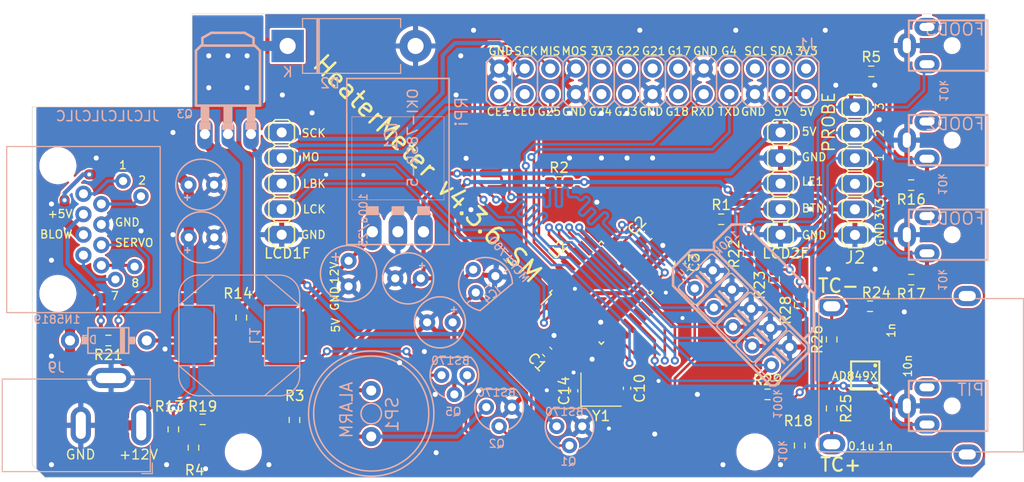
<source format=kicad_pcb>
(kicad_pcb (version 20240108) (generator "pcbnew") (generator_version "8.0")
  (layers (0 "F.Cu" signal "Top") (31 "B.Cu" signal "Bottom") (35 "F.Paste" user) (36 "B.SilkS" user "B.Silkscreen") (37 "F.SilkS" user "F.Silkscreen") (38 "B.Mask" user) (39 "F.Mask" user) (44 "Edge.Cuts" user))
  (net 0 "")
  (net 1 "GND")
  (net 2 "+5V")
  (net 3 "+12V")
  (net 4 "+3V3")
  (net 5 "/PIT")
  (net 6 "/FOOD1")
  (net 7 "/FOOD2")
  (net 8 "/FOOD3")
  (net 9 "/+12V_FB")
  (net 10 "/BUTTONS")
  (net 11 "Net-(U2-AREF)")
  (net 12 "/SCK")
  (net 13 "/MISO")
  (net 14 "/MOSI")
  (net 15 "/~{RF_SEL}")
  (net 16 "/LED1")
  (net 17 "/SERVO")
  (net 18 "Net-(IC1-VI)")
  (net 19 "/ALARM")
  (net 20 "/LCD_BKLT")
  (net 23 "/LCD_CLK")
  (net 24 "/BLOWER")
  (net 25 "/~{IRQ}")
  (net 26 "/TX")
  (net 27 "/RX")
  (net 28 "/~{RESET}")
  (net 29 "Net-(J2-Pad6)")
  (net 30 "Net-(J2-Pad5)")
  (net 31 "Net-(J2-Pad4)")
  (net 32 "/PIT_P")
  (net 33 "Net-(IC5-IN+)")
  (net 34 "Net-(Q2-PadD)")
  (net 39 "/OUT-8")
  (net 40 "/SRVBST")
  (net 41 "/OUT-2")
  (net 42 "/OUT-1")
  (net 43 "/+12V_BLW")
  (net 44 "/OUT-7")
  (net 45 "Net-(IC5-IN-)")
  (net 46 "Net-(U2-XTAL2{slash}PB7)")
  (net 47 "Net-(R13-Pad2)")
  (net 48 "Net-(J4-PadTC+)")
  (net 49 "Net-(J4-PadTC-)")
  (net 50 "Net-(U2-XTAL1{slash}PB6)")
  (net 63 "Net-(Q3-G)")
  (net 67 "Net-(D2-PadC)")
  (footprint "Crystal:Crystal_SMD_3225-4Pin_3.2x2.5mm" (layer "F.Cu") (at 157.675 119.125)
    (property "Reference" "Y1")
    (property "Value" "16MHz")
  )
  (footprint "Capacitor_SMD:C_0603_1608Metric_Pad1.08x0.95mm_HandSolder" (layer "F.Cu") (at 165.5 106.5 -90)
    (property "Reference" "C3")
    (property "Value" "0.1u")
  )
  (footprint "Resistor_SMD:R_0603_1608Metric_Pad0.98x0.95mm_HandSolder" (layer "F.Cu") (at 184.5 87.5)
    (property "Reference" "R5")
    (property "Value" "10k 1%")
  )
  (footprint "Resistor_SMD:R_0603_1608Metric_Pad0.98x0.95mm_HandSolder" (layer "F.Cu") (at 188.468 98.806 180)
    (property "Reference" "R16")
    (property "Value" "10k 1%")
  )
  (footprint "Resistor_SMD:R_0603_1608Metric_Pad0.98x0.95mm_HandSolder" (layer "F.Cu") (at 188.468 108.204 180)
    (property "Reference" "R17")
    (property "Value" "10k 1%")
  )
  (footprint "Resistor_SMD:R_0603_1608Metric_Pad0.98x0.95mm_HandSolder" (layer "F.Cu") (at 177.3936 124.6886 -90)
    (property "Reference" "R18")
    (property "Value" "10k 1%")
  )
  (footprint "Resistor_SMD:R_0603_1608Metric_Pad0.98x0.95mm_HandSolder" (layer "F.Cu") (at 169.6 102.2)
    (property "Reference" "R1")
    (property "Value" "1k")
  )
  (footprint "Resistor_SMD:R_0603_1608Metric_Pad0.98x0.95mm_HandSolder" (layer "F.Cu") (at 121.95 111.975 90)
    (property "Reference" "R14")
    (property "Value" "2k2" (hide yes))
  )
  (footprint "Resistor_SMD:R_0603_1608Metric_Pad0.98x0.95mm_HandSolder" (layer "F.Cu") (at 117.2 124.9 -90)
    (property "Reference" "R4")
    (property "Value" "22k")
  )
  (footprint "Resistor_SMD:R_0603_1608Metric_Pad0.98x0.95mm_HandSolder" (layer "F.Cu") (at 115.2 123.0875 -90)
    (property "Reference" "R13")
    (property "Value" "68k")
  )
  (footprint "Resistor_SMD:R_0603_1608Metric_Pad0.98x0.95mm_HandSolder" (layer "F.Cu") (at 118.1125 122.0875)
    (property "Reference" "R19")
    (property "Value" "100k")
  )
  (footprint "Capacitor_SMD:C_0603_1608Metric_Pad1.08x0.95mm_HandSolder" (layer "F.Cu") (at 152.325 115.375 135)
    (property "Reference" "C1")
    (property "Value" "0.1u")
  )
  (footprint "Resistor_SMD:R_0603_1608Metric_Pad0.98x0.95mm_HandSolder" (layer "F.Cu") (at 108.75 114.25 180)
    (property "Reference" "R21")
    (property "Value" "1k")
  )
  (footprint "Resistor_SMD:R_0603_1608Metric_Pad0.98x0.95mm_HandSolder" (layer "F.Cu") (at 172.3136 105.6386 90)
    (property "Reference" "R22")
    (property "Value" "100k")
  )
  (footprint "Resistor_SMD:R_0603_1608Metric_Pad0.98x0.95mm_HandSolder" (layer "F.Cu") (at 174.8536 108.1786 90)
    (property "Reference" "R23")
    (property "Value" "100k")
  )
  (footprint "Resistor_SMD:R_0603_1608Metric_Pad0.98x0.95mm_HandSolder" (layer "F.Cu") (at 177.3936 110.7186 90)
    (property "Reference" "R28")
    (property "Value" "100k")
  )
  (footprint "Resistor_SMD:R_0603_1608Metric_Pad0.98x0.95mm_HandSolder" (layer "F.Cu") (at 174.2 119.6086)
    (property "Reference" "R29")
    (property "Value" "100k")
  )
  (footprint "HeaterMeterPI:1X05" (layer "F.Cu") (at 125.9586 98.6536 -90)
    (property "Reference" "JP1" (hide yes))
    (property "Value" "LCD1F")
  )
  (footprint "HeaterMeterPI:MSOP8" (layer "F.Cu") (at 183.896 117.729 180)
    (property "Reference" "IC5" (hide yes))
    (property "Value" "AD849X")
  )
  (footprint "HeaterMeterPI:C0805" (layer "F.Cu") (at 185.6105 122.555 90)
    (property "Reference" "C8" (hide yes))
    (property "Value" "1n")
  )
  (footprint "HeaterMeterPI:C0805" (layer "F.Cu") (at 186.69 117.475 90)
    (property "Reference" "C9" (hide yes))
    (property "Value" "10n")
  )
  (footprint "HeaterMeterPI:C0805" (layer "F.Cu") (at 184.404 113.284 180)
    (property "Reference" "C11" (hide yes))
    (property "Value" "1n")
  )
  (footprint "HeaterMeterPI:C0805" (layer "F.Cu") (at 183.515 122.555 -90)
    (property "Reference" "C13" (hide yes))
    (property "Value" "0.1u")
  )
  (footprint "Resistor_SMD:R_0603_1608Metric_Pad0.98x0.95mm_HandSolder" (layer "F.Cu") (at 184.3786 110.8456 180)
    (property "Reference" "R24")
    (property "Value" "1k")
  )
  (footprint "Resistor_SMD:R_0603_1608Metric_Pad0.98x0.95mm_HandSolder" (layer "F.Cu") (at 180.5686 121.0056 -90)
    (property "Reference" "R25")
    (property "Value" "10k")
  )
  (footprint "Resistor_SMD:R_0603_1608Metric_Pad0.98x0.95mm_HandSolder" (layer "F.Cu") (at 180.5686 114.1476 90)
    (property "Reference" "R26")
    (property "Value" "10k")
  )
  (footprint "HeaterMeterPI:PAD-032" (layer "F.Cu") (at 111.3536 106.9086)
    (property "Reference" "U$1" (hide yes))
    (property "Value" "THROUGH-HOLE" (hide yes))
  )
  (footprint "HeaterMeterPI:PAD-032" (layer "F.Cu") (at 109.4486 108.1786)
    (property "Reference" "U$2" (hide yes))
    (property "Value" "THROUGH-HOLE" (hide yes))
  )
  (footprint "HeaterMeterPI:PAD-032" (layer "F.Cu") (at 110.2106 98.3996)
    (property "Reference" "U$3" (hide yes))
    (property "Value" "THROUGH-HOLE" (hide yes))
  )
  (footprint "HeaterMeterPI:PAD-032" (layer "F.Cu") (at 111.9886 99.9236)
    (property "Reference" "U$4" (hide yes))
    (property "Value" "THROUGH-HOLE" (hide yes))
  )
  (footprint "HeaterMeterPI:1X05" (layer "F.Cu") (at 175.4886 98.6536 -90)
    (property "Reference" "JP8" (hide yes))
    (property "Value" "LCD2F")
  )
  (footprint "Capacitor_SMD:C_0603_1608Metric_Pad1.08x0.95mm_HandSolder" (layer "F.Cu") (at 162.25 103.85 45)
    (property "Reference" "C2")
    (property "Value" "0.1u")
  )
  (footprint "HeaterMeterPI:1X06" (layer "F.Cu") (at 182.88 97.409 90)
    (property "Reference" "J2")
    (property "Value" "PROBE")
  )
  (footprint "Resistor_SMD:R_0603_1608Metric_Pad0.98x0.95mm_HandSolder" (layer "F.Cu") (at 127.2286 122.1486 90)
    (property "Reference" "R3")
    (property "Value" "1k")
  )
  (footprint "MountingHole:MountingHole_3.2mm_M3_ISO14580" (layer "F.Cu") (at 122.1486 125.3236)
    (property "Reference" "H1" (hide yes))
    (property "Value" "MountingHole" (hide yes))
  )
  (footprint "MountingHole:MountingHole_3.2mm_M3_ISO14580" (layer "F.Cu") (at 172.9486 125.3236)
    (property "Reference" "H2" (hide yes))
    (property "Value" "MountingHole" (hide yes))
  )
  (footprint "Package_QFP:TQFP-32_7x7mm_P0.8mm" (layer "F.Cu") (at 157.7 109.5 45)
    (property "Reference" "U2")
    (property "Value" "ATmega328P-A")
  )
  (footprint "Capacitor_SMD:C_0402_1005Metric_Pad0.74x0.62mm_HandSolder" (layer "F.Cu") (at 155 119.25 -90)
    (property "Reference" "C14")
    (property "Value" "22pF")
  )
  (footprint "Resistor_SMD:R_0603_1608Metric_Pad0.98x0.95mm_HandSolder" (layer "F.Cu") (at 153.5 98.5)
    (property "Reference" "R2")
    (property "Value" "10k")
  )
  (footprint "Capacitor_SMD:C_0402_1005Metric_Pad0.74x0.62mm_HandSolder" (layer "F.Cu") (at 160.25 119 90)
    (property "Reference" "C10")
    (property "Value" "22pF")
  )
  (footprint "HeaterMeterPI:DO41-7" (layer "B.Cu") (at 108.75 114.25 180)
    (property "Reference" "D3")
    (property "Value" "1N5819")
  )
  (footprint "HeaterMeterPI:E2,5-6" (layer "B.Cu") (at 132.6 107.6 -90)
    (property "Reference" "C4" (hide yes))
    (property "Value" "100u/25")
  )
  (footprint "HeaterMeterPI:E2,5-5" (layer "B.Cu") (at 138.505 108.075 180)
    (property "Reference" "C5" (hide yes))
    (property "Value" "100u/10")
  )
  (footprint "HeaterMeterPI:AL11P" (layer "B.Cu") (at 134.8486 121.5136 90)
    (property "Reference" "SP1")
    (property "Value" "ALARM")
  )
  (footprint "HeaterMeterPI:TO220HMURATA" (layer "B.Cu") (at 137.5 98.3637 180)
    (property "Reference" "IC1")
    (property "Value" "OKI-78SR-5")
  )
  (footprint "HeaterMeterPI:CUI-MJ1-2503A" (layer "B.Cu") (at 192.532 120.7516 -90)
    (property "Reference" "JP3" (hide yes))
    (property "Value" "PIT")
  )
  (footprint "HeaterMeterPI:CUI-MJ1-2503A" (layer "B.Cu") (at 192.532 94.3356 -90)
    (property "Reference" "JP5" (hide yes))
    (property "Value" "FOOD2")
  )
  (footprint "HeaterMeterPI:CUI-MJ1-2503A" (layer "B.Cu") (at 192.532 84.9376 -90)
    (property "Reference" "JP6" (hide yes))
    (property "Value" "FOOD3")
  )
  (footprint "HeaterMeterPI:TO92" (layer "B.Cu") (at 146.202124 108.66634 -140)
    (property "Reference" "IC4")
    (property "Value" "MCP1700")
  )
  (footprint "HeaterMeterPI:RJ45-8-1H" (layer "B.Cu") (at 103.7336 109.5756 90)
    (property "Reference" "JP2" (hide yes))
    (property "Value" "RJ45-8" (hide yes))
  )
  (footprint "Diode_THT:D_DO-201AD_P12.70mm_Horizontal" (layer "B.Cu") (at 126.55 84.975)
    (property "Reference" "D2")
    (property "Value" "1N5819")
  )
  (footprint "HeaterMeterPI:TO251" (layer "B.Cu") (at 120.6246 91.0336 180)
    (property "Reference" "Q3")
    (property "Value" "FQU11P06TU" (hide yes))
  )
  (footprint "HeaterMeterPI:E2,5-5" (layer "B.Cu") (at 117.98 98.77)
    (property "Reference" "C12" (hide yes))
    (property "Value" "47u/25")
  )
  (footprint "HeaterMeterPI:SOT54E" (layer "B.Cu") (at 154.5336 122.7836)
    (property "Reference" "Q1")
    (property "Value" "BS170")
  )
  (footprint "HeaterMeterPI:SOT54E" (layer "B.Cu") (at 147.5486 120.8786)
    (property "Reference" "Q2")
    (property "Value" "BS170")
  )
  (footprint "HeaterMeterPI:C025-025X050" (layer "B.Cu") (at 167.8686 108.1786 45)
    (property "Reference" "C7" (hide yes))
    (property "Value" "0.1u")
  )
  (footprint "HeaterMeterPI:PCC-SMP" (layer "B.Cu") (at 180.5686 117.7036 90)
    (property "Reference" "J4" (hide yes))
    (property "Value" "PCC-SMP" (hide yes))
  )
  (footprint "HeaterMeterPI:MSS1278T" (layer "B.Cu") (at 115.75 119.75 90)
    (property "Reference" "L1")
    (property "Value" "220u")
  )
  (footprint "HeaterMeterPI:SOT54E" (layer "B.Cu") (at 143.1036 117.7036)
    (property "Reference" "Q5")
    (property "Value" "BS170")
  )
  (footprint "HeaterMeterPI:C025-025X050" (layer "B.Cu") (at 175.4886 115.7986 45)
    (property "Reference" "C15" (hide yes))
    (property "Value" "0.1u" (hide yes))
  )
  (footprint "HeaterMeterPI:C025-025X050" (layer "B.Cu") (at 173.5836 113.8936 45)
    (property "Reference" "C16" (hide yes))
    (property "Value" "0.1u" (hide yes))
  )
  (footprint "HeaterMeterPI:C025-025X050" (layer "B.Cu") (at 171.6786 111.9886 45)
    (property "Reference" "C17" (hide yes))
    (property "Value" "0.1u" (hide yes))
  )
  (footprint "HeaterMeterPI:C025-025X050" (layer "B.Cu") (at 169.7736 110.0836 45)
    (property "Reference" "C18" (hide yes))
    (property "Value" "0.1u" (hide yes))
  )
  (footprint "HeaterMeterPI:2X13" (layer "B.Cu") (at 162.7886 88.4936)
    (property "Reference" "J1")
    (property "Value" "RPi")
  )
  (footprint "HeaterMeterPI:E2,5-5" (layer "B.Cu") (at 141.67 112.45 180)
    (property "Reference" "C6" (hide yes))
    (property "Value" "100u/10")
  )
  (footprint "Connector_BarrelJack:BarrelJack_Horizontal" (layer "B.Cu") (at 112.014 122.682)
    (property "Reference" "J9")
    (property "Value" "Barrel_Jack_Switch" (hide yes))
  )
  (footprint "HeaterMeterPI:CUI-MJ1-2503A" (layer "B.Cu") (at 192.532 103.7336 -90)
    (property "Reference" "JP4" (hide yes))
    (property "Value" "FOOD1")
  )
  (footprint "HeaterMeterPI:E2,5-5" (layer "B.Cu") (at 118 104)
    (property "Reference" "C19" (hide yes))
    (property "Value" "47u/25")
  )
  (gr_line (start 168.8846 105.2576) (end 177.7746 114.1476) (stroke (width 0.254)) (layer "B.SilkS"))
  (gr_line (start 171.9326 102.7176) (end 178.7906 109.5756) (stroke (width 0.254)) (layer "B.SilkS"))
  (gr_line (start 168.8846 104.4956) (end 170.6626 102.7176) (stroke (width 0.254)) (layer "B.SilkS"))
  (gr_line (start 164.8206 107.0356) (end 166.5986 105.2576) (stroke (width 0.254)) (layer "B.SilkS"))
  (gr_line (start 178.7906 113.1316) (end 178.7906 109.5756) (stroke (width 0.254)) (layer "B.SilkS"))
  (gr_line (start 178.2826 115.4176) (end 174.9806 118.7196) (stroke (width 0.254)) (layer "B.SilkS"))
  (gr_line (start 177.7746 114.1476) (end 178.7906 113.1316) (stroke (width 0.254)) (layer "B.SilkS"))
  (gr_line (start 178.2826 114.6556) (end 178.2826 115.4176) (stroke (width 0.254)) (layer "B.SilkS"))
  (gr_line (start 166.5986 105.2576) (end 168.8846 105.2576) (stroke (width 0.254)) (layer "B.SilkS"))
  (gr_line (start 177.7746 114.1476) (end 178.2826 114.6556) (stroke (width 0.254)) (layer "B.SilkS"))
  (gr_line (start 170.6626 102.7176) (end 171.9326 102.7176) (stroke (width 0.254)) (layer "B.SilkS"))
  (gr_line (start 168.8846 105.2576) (end 168.8846 104.4956) (stroke (width 0.254)) (layer "B.SilkS"))
  (gr_line (start 174.9806 118.7196) (end 174.4726 118.7196) (stroke (width 0.254)) (layer "B.SilkS"))
  (gr_line (start 174.4726 118.7196) (end 164.8206 108.8136) (stroke (width 0.254)) (layer "B.SilkS"))
  (gr_line (start 164.8206 108.8136) (end 164.8206 107.0356) (stroke (width 0.254)) (layer "B.SilkS"))
  (gr_line (start 101.1936 126.5936) (end 102.4636 127.8636) (stroke (width 0.05)) (layer "Edge.Cuts"))
  (gr_line (start 117.0686 91.0336) (end 117.0686 81.788) (stroke (width 0.05)) (layer "Edge.Cuts"))
  (gr_line (start 195.8086 126.5936) (end 194.5386 127.8636) (stroke (width 0.05)) (layer "Edge.Cuts"))
  (gr_line (start 194.5386 127.8636) (end 102.4636 127.8636) (stroke (width 0.05)) (layer "Edge.Cuts"))
  (gr_line (start 101.1936 91.0336) (end 117.0686 91.0336) (stroke (width 0.05)) (layer "Edge.Cuts"))
  (gr_line (start 117.0686 81.788) (end 195.8086 81.788) (stroke (width 0.05)) (layer "Edge.Cuts"))
  (gr_line (start 101.1936 91.0336) (end 101.1936 126.5936) (stroke (width 0.05)) (layer "Edge.Cuts"))
  (gr_line (start 195.8086 81.788) (end 195.8086 126.5936) (stroke (width 0.05)) (layer "Edge.Cuts"))
  (gr_text "COOK ALL HUMANS" (at 150.625 83.575 0) (layer "F.Cu") (effects (font (size 0.5 0.5) (thickness 0.1)) (justify left bottom)))
  (gr_text "10k" (at 192.024 97.536 270) (layer "B.SilkS") (effects (font (size 0.8 0.8) (thickness 0.13)) (justify right top mirror)))
  (gr_text "10k" (at 192.024 107.061 -90) (layer "B.SilkS") (effects (font (size 0.8 0.8) (thickness 0.13)) (justify right top mirror)))
  (gr_text "10k" (at 192.151 88.265 -90) (layer "B.SilkS") (effects (font (size 0.8 0.8) (thickness 0.13)) (justify right top mirror)))
  (gr_text "100k" (at 175.641 118.999 -90) (layer "B.SilkS") (effects (font (size 0.8 0.8) (thickness 0.13)) (justify right top mirror)))
  (gr_text "100k" (at 171.577 103.759 45) (layer "B.SilkS") (effects (font (size 0.8 0.8) (thickness 0.13)) (justify left bottom mirror)))
  (gr_text "10k" (at 176.149 124.079 -90) (layer "B.SilkS") (effects (font (size 0.8 0.8) (thickness 0.13)) (justify right top mirror)))
  (gr_text "JLCJLCJLCJLC" (at 113.919 91.948 0) (layer "B.SilkS") (effects (font (size 1 1)) (justify left mirror)))
  (gr_text "1" (at 185.801 96.52 90) (layer "F.SilkS") (effects (font (size 0.8 0.8) (thickness 0.13)) (justify left bottom)))
  (gr_text "2" (at 185.801 94.107 90) (layer "F.SilkS") (effects (font (size 0.8 0.8) (thickness 0.13)) (justify left bottom)))
  (gr_text "3" (at 185.801 91.44 90) (layer "F.SilkS") (effects (font (size 0.8 0.8) (thickness 0.13)) (justify left bottom)))
  (gr_text "0" (at 185.801 99.187 90) (layer "F.SilkS") (effects (font (size 0.8 0.8) (thickness 0.13)) (justify left bottom)))
  (gr_text "TC-" (at 179.07 109.601 0) (layer "F.SilkS") (effects (font (size 1.35128 1.35128) (thickness 0.21336)) (justify left bottom)))
  (gr_text "TC+" (at 179.2986 127.381 0) (layer "F.SilkS") (effects (font (size 1.35128 1.35128) (thickness 0.21336)) (justify left bottom)))
  (gr_text "G23" (at 161.3916 91.0336 0) (layer "F.SilkS") (effects (font (size 0.8 0.8) (thickness 0.13)) (justify right top)))
  (gr_text "GND" (at 185.801 105.029 90) (layer "F.SilkS") (effects (font (size 0.8 0.8) (thickness 0.13)) (justify left bottom)))
  (gr_text "TXD" (at 171.5516 91.0336 0) (layer "F.SilkS") (effects (font (size 0.8 0.8) (thickness 0.13)) (justify right top)))
  (gr_text "GND" (at 146.4056 85.9536 0) (layer "F.SilkS") (effects (font (size 0.8 0.8) (thickness 0.13)) (justify left bottom)))
  (gr_text "G21" (at 161.6456 85.9536 0) (layer "F.SilkS") (effects (font (size 0.8 0.8) (thickness 0.13)) (justify left bottom)))
  (gr_text "G17" (at 164.1856 85.9536 0) (layer "F.SilkS") (effects (font (size 0.8 0.8) (thickness 0.13)) (justify left bottom)))
  (gr_text "CE0" (at 151.2316 91.0336 0) (layer "F.SilkS") (effects (font (size 0.8 0.8) (thickness 0.13)) (justify right top)))
  (gr_text "G18" (at 166.4716 91.0336 0) (layer "F.SilkS") (effects (font (size 0.8 0.8) (thickness 0.13)) (justify right top)))
  (gr_text "GND" (at 166.7256 85.9536 0) (layer "F.SilkS") (effects (font (size 0.8 0.8) (thickness 0.13)) (justify left bottom)))
  (gr_text "G4" (at 169.5196 85.9536 0) (layer "F.SilkS") (effects (font (size 0.8 0.8) (thickness 0.13)) (justify left bottom)))
  (gr_text "GND" (at 174.0916 91.0336 0) (layer "F.SilkS") (effects (font (size 0.8 0.8) (thickness 0.13)) (justify right top)))
  (gr_text "CE1" (at 148.6916 91.0336 0) (layer "F.SilkS") (effects (font (size 0.8 0.8) (thickness 0.13)) (justify right top)))
  (gr_text "G22" (at 159.1056 85.9536 0) (layer "F.SilkS") (effects (font (size 0.8 0.8) (thickness 0.13)) (justify left bottom)))
  (gr_text "G24" (at 158.8516 91.0336 0) (layer "F.SilkS") (effects (font (size 0.8 0.8) (thickness 0.13)) (justify right top)))
  (gr_text "RXD" (at 169.0116 91.0336 0) (layer "F.SilkS") (effects (font (size 0.8 0.8) (thickness 0.13)) (justify right top)))
  (gr_text "GND" (at 156.3116 91.0336 0) (layer "F.SilkS") (effects (font (size 0.8 0.8) (thickness 0.13)) (justify right top)))
  (gr_text "5V" (at 178.9176 91.0336 0) (layer "F.SilkS") (effects (font (size 0.8 0.8) (thickness 0.13)) (justify right top)))
  (gr_text "G25" (at 153.7716 91.0336 0) (layer "F.SilkS") (effects (font (size 0.8 0.8) (thickness 0.13)) (justify right top)))
  (gr_text "3V3" (at 156.5656 85.9536 0) (layer "F.SilkS") (effects (font (size 0.8 0.8) (thickness 0.13)) (justify left bottom)))
  (gr_text "5V" (at 176.3776 91.0336 0) (layer "F.SilkS") (effects (font (size 0.8 0.8) (thickness 0.13)) (justify right top)))
  (gr_text "GND" (at 163.9316 91.0336 0) (layer "F.SilkS") (effects (font (size 0.8 0.8) (thickness 0.13)) (justify right top)))
  (gr_text "HeaterMeter v4.3.6 SM" (at 128.7 86.925 315) (layer "F.SilkS") (effects (font (size 1.8 1.8) (thickness 0.25)) (justify left bottom)))
  (gr_text "SERVO" (at 109.3216 105.0036 0) (layer "F.SilkS") (effects (font (size 0.8 0.8) (thickness 0.13)) (justify left bottom)))
  (gr_text "BLOW" (at 105.2576 103.2256 0) (layer "F.SilkS") (effects (font (size 0.8 0.8) (thickness 0.13)) (justify right top)))
  (gr_text "+5V" (at 105.2576 101.1936 0) (layer "F.SilkS") (effects (font (size 0.8 0.8) (thickness 0.13)) (justify right top)))
  (gr_text "3V3" (at 185.801 102.362 90) (layer "F.SilkS") (effects (font (size 0.8 0.8) (thickness 0.13)) (justify left bottom)))
  (gr_text "GND" (at 177.5206 96.4946 0) (layer "F.SilkS") (effects (font (size 0.8 0.8) (thickness 0.13)) (justify left bottom)))
  (gr_text "BTN" (at 177.5206 101.5746 0) (layer "F.SilkS") (effects (font (size 0.8 0.8) (thickness 0.13)) (justify left bottom)))
  (gr_text "LCK" (at 130.4 100.735 0) (layer "F.SilkS") (effects (font (size 0.8 0.8) (thickness 0.13)) (justify right top)))
  (gr_text "MO" (at 127.8636 96.4946 0) (layer "F.SilkS") (effects (font (size 0.8 0.8) (thickness 0.13)) (justify left bottom)))
  (gr_text "GND" (at 130.4 103.275 0) (layer "F.SilkS") (effects (font (size 0.8 0.8) (thickness 0.13)) (justify right top)))
  (gr_text "GND" (at 131.699 111.379 90) (layer "F.SilkS") (effects (font (size 0.8 0.8) (thickness 0.13)) (justify left bottom)))
  (gr_text "12V" (at 131.6736 108.712 90) (layer "F.SilkS") (effects (font (size 0.8 0.8) (thickness 0.13)) (justify left bottom)))
  (gr_text "5V" (at 177.5206 93.9546 0) (layer "F.SilkS") (effects (font (size 0.8 0.8) (thickness 0.13)) (justify left bottom)))
  (gr_text "LBK" (at 130.4 98.195 0) (layer "F.SilkS") (effects (font (size 0.8 0.8) (thickness 0.13)) (justify right top)))
  (gr_text "5V" (at 131.8006 113.538 90) (layer "F.SilkS") (effects (font (size 0.8 0.8) (thickness 0.13)) (justify left bottom)))
  (gr_text "GND" (at 177.5206 104.2416 0) (layer "F.SilkS") (effects (font (size 0.8 0.8) (thickness 0.13)) (justify left bottom)))
  (gr_text "LE1" (at 177.5206 98.9076 0) (layer "F.SilkS") (effects (font (size 0.8 0.8) (thickness 0.13)) (justify left bottom)))
  (gr_text "7" (at 109.855 109.347 0) (layer "F.SilkS") (effects (font (size 0.8 0.8) (thickness 0.13)) (justify right top)))
  (gr_text "GND" (at 109.3216 102.9716 0) (layer "F.SilkS") (effects (font (size 0.8 0.8) (thickness 0.13)) (justify left bottom)))
  (gr_text "8" (at 111.887 108.077 0) (layer "F.SilkS") (effects (font (size 0.8 0.8) (thickness 0.13)) (justify right top)))
  (gr_text "+12V" (at 109.728 126.1491 0) (layer "F.SilkS") (effects (font (size 0.9652 0.9652) (thickness 0.13208)) (justify left bottom)))
  (gr_text "GND" (at 104.4321 126.1491 0) (layer "F.SilkS") (effects (font (size 0.9652 0.9652) (thickness 0.13208)) (justify left bottom)))
  (gr_text "3V3" (at 176.8856 85.9536 0) (layer "F.SilkS") (effects (font (size 0.8 0.8) (thickness 0.13)) (justify left bottom)))
  (gr_text "SDA" (at 174.3456 85.9536 0) (layer "F.SilkS") (effects (font (size 0.8 0.8) (thickness 0.13)) (justify left bottom)))
  (gr_text "SCL" (at 171.8056 85.9536 0) (layer "F.SilkS") (effects (font (size 0.8 0.8) (thickness 0.13)) (justify left bottom)))
  (gr_text "SCK" (at 148.9456 85.9536 0) (layer "F.SilkS") (effects (font (size 0.8 0.8) (thickness 0.13)) (justify left bottom)))
  (gr_text "MIS" (at 151.4856 85.9536 0) (layer "F.SilkS") (effects (font (size 0.8 0.8) (thickness 0.13)) (justify left bottom)))
  (gr_text "MOS" (at 153.67 85.9536 0) (layer "F.SilkS") (effects (font (size 0.8 0.8) (thickness 0.13)) (justify left bottom)))
  (gr_text "2" (at 111.633 98.806 0) (layer "F.SilkS") (effects (font (size 0.8 0.8) (thickness 0.13)) (justify left bottom)))
  (gr_text "1" (at 109.728 97.282 0) (layer "F.SilkS") (effects (font (size 0.8 0.8) (thickness 0.13)) (justify left bottom)))
  (gr_text "SCK" (at 127.8636 94.107 0) (layer "F.SilkS") (effects (font (size 0.8 0.8) (thickness 0.13)) (justify left bottom)))
  (segment (start 184.221 115.679) (end 183.571 115.679) (width 0.3048) (layer "F.Cu") (net 1))
  (via (at 167.2336 119.6086) (size 0.8556) (drill 0.5) (layers "F.Cu" "B.Cu") (net 1))
  (via (at 143.7386 85.9536) (size 0.8556) (drill 0.5) (layers "F.Cu" "B.Cu") (net 1))
  (via (at 157.7086 91.6686) (size 0.8556) (drill 0.5) (layers "F.Cu" "B.Cu") (net 1))
  (via (at 111.9886 103.3526) (size 0.8556) (drill 0.5) (layers "F.Cu" "B.Cu") (net 1))
  (via (at 163 123.55) (size 0.8556) (drill 0.5) (layers "F.Cu" "B.Cu") (net 1))
  (via (at 154.5336 91.6686) (size 0.8556) (drill 0.5) (layers "F.Cu" "B.Cu") (net 1))
  (via (at 153 113.75) (size 0.8556) (drill 0.5) (layers "F.Cu" "B.Cu") (net 1))
  (via (at 144.75 101.25) (size 0.8556) (drill 0.5) (layers "F.Cu" "B.Cu") (net 1))
  (via (at 160.2486 96.1136) (size 0.8556) (drill 0.5) (layers "F.Cu" "B.Cu") (net 1))
  (via (at 157.7086 96.1136) (size 0.8556) (drill 0.5) (layers "F.Cu" "B.Cu") (net 1))
  (via (at 162.7886 96.1136) (size 0.8556) (drill 0.5) (layers "F.Cu" "B.Cu") (net 1))
  (via (at 157.25 100.5) (size 0.8556) (drill 0.5) (layers "F.Cu" "B.Cu") (net 1))
  (via (at 144.272 96.139) (size 0.8556) (drill 0.5) (layers "F.Cu" "B.Cu") (net 1))
  (via (at 154.5336 96.1136) (size 0.8556) (drill 0.5) (layers "F.Cu" "B.Cu") (net 1))
  (via (at 118.4 127) (size 0.8556) (drill 0.5) (layers "F.Cu" "B.Cu") (net 1))
  (via (at 124.6886 126.5936) (size 0.8556) (drill 0.5) (layers "F.Cu" "B.Cu") (net 1))
  (via (at 103.0986 100.6856) (size 0.8556) (drill 0.5) (layers "F.Cu" "B.Cu") (net 1))
  (via (at 171.0436 83.4136) (size 0.8556) (drill 0.5) (layers "F.Cu" "B.Cu") (net 1))
  (via (at 169.7736 126.5936) (size 0.8556) (drill 0.5) (layers "F.Cu" "B.Cu") (net 1))
  (via (at 103.0986 126.5936) (size 0.8556) (drill 0.5) (layers "F.Cu" "B.Cu") (net 1))
  (via (at 114.375 115.1) (size 0.8556) (drill 0.5) (layers "F.Cu" "B.Cu") (net 1))
  (via (at 179.9336 83.4136) (size 0.8556) (drill 0.5) (layers "F.Cu" "B.Cu") (net 1))
  (via (at 103.0986 115.7986) (size 0.8556) (drill 0.5) (layers "F.Cu" "B.Cu") (net 1))
  (via (at 145.5 119.25) (size 0.8556) (drill 0.5) (layers "F.Cu" "B.Cu") (net 1))
  (via (at 103.0986 106.2736) (size 0.8556) (drill 0.5) (layers "F.Cu" "B.Cu") (net 1))
  (via (at 160.2486 91.6686) (size 0.8556) (drill 0.5) (layers "F.Cu" "B.Cu") (net 1))
  (via (at 145.0086 83.4136) (size 0.8556) (drill 0.5) (layers "F.Cu" "B.Cu") (net 1))
  (via (at 137.668 116.459) (size 0.8556) (drill 0.5) (layers "F.Cu" "B.Cu") (net 1))
  (via (at 161.5186 83.4136) (size 0.8556) (drill 0.5) (layers "F.Cu" "B.Cu") (net 1))
  (via (at 141.3 125.4) (size 0.8556) (drill 0.5) (layers "F.Cu" "B.Cu") (net 1))
  (via (at 107.5436 96.1136) (size 0.8556) (drill 0.5) (layers "F.Cu" "B.Cu") (net 1))
  (via (at 128.975 91.625) (size 0.8556) (drill 0.5) (layers "F.Cu" "B.Cu") (net 1))
  (via (at 178.435 98.6536) (size 0.8556) (drill 0.5) (layers "F.Cu" "B.Cu") (net 1))
  (via (at 115.1636 103.7336) (size 0.8556) (drill 0.5) (layers "F.Cu" "B.Cu") (net 1))
  (via (at 143.275 89.85) (size 0.8556) (drill 0.5) (layers "F.Cu" "B.Cu") (net 1))
  (via (at 126.025 89.85) (size 0.8556) (drill 0.5) (layers "F.Cu" "B.Cu") (net 1))
  (via (at 141.1986 119.6086) (size 0.8556) (drill 0.5) (layers "F.Cu" "B.Cu") (net 1))
  (via (at 140.125 115.35) (size 0.8556) (drill 0.5) (layers "F.Cu" "B.Cu") (net 1))
  (via (at 178.435 101.1936) (size 0.8556) (drill 0.5) (layers "F.Cu" "B.Cu") (net 1))
  (via (at 162.7886 91.6686) (size 0.8556) (drill 0.5) (layers "F.Cu" "B.Cu") (net 1))
  (via (at 114.5286 126.5936) (size 0.8556) (drill 0.5) (layers "F.Cu" "B.Cu") (net 1))
  (via (at 115.1636 93.5736) (size 0.8556) (drill 0.5) (layers "F.Cu" "B.Cu") (net 1))
  (via (at 163.8 104.8) (size 0.8556) (drill 0.5) (layers "F.Cu" "B.Cu") (net 1))
  (via (at 157.6369 112.433506) (size 0.8556) (drill 0.5) (layers "F.Cu" "B.Cu") (net 1))
  (via (at 175.4886 126.5936) (size 0.8556) (drill 0.5) (layers "F.Cu" "B.Cu") (net 1))
  (via (at 180.975 88.8746) (size 0.8556) (drill 0.5) (layers "F.Cu" "B.Cu") (net 1))
  (via (at 185.293 92.3036) (size 0.8556) (drill 0.5) (layers "F.Cu" "B.Cu") (net 1))
  (via (at 187.78 111.41) (size 0.8556) (drill 0.5) (layers "F.Cu" "B.Cu") (net 1))
  (via (at 184.88 107.16) (size 0.8556) (drill 0.5) (layers "F.Cu" "B.Cu") (net 1))
  (via (at 154.94 117.43) (size 0.8) (drill 0.4) (layers "F.Cu" "B.Cu") (net 1))
  (via (at 134.075 97.8) (size 0.8) (drill 0.4) (layers "F.Cu" "B.Cu") (net 1))
  (via (at 155.07 109.11) (size 0.8) (drill 0.4) (layers "F.Cu" "B.Cu") (net 1))
  (via (at 165.76 112.02) (size 0.8) (drill 0.4) (layers "F.Cu" "B.Cu") (net 1))
  (via (at 184.8485 88.8746) (size 0.8556) (drill 0.5) (layers "F.Cu" "B.Cu") (net 1))
  (via (at 156.78 116.11) (size 0.8556) (drill 0.5) (layers "F.Cu" "B.Cu") (net 1))
  (via (at 158.45 123) (size 0.8) (drill 0.4) (layers "F.Cu" "B.Cu") (net 1))
  (via (at 152.28 119.2) (size 0.8) (drill 0.4) (layers "F.Cu" "B.Cu") (net 1))
  (via (at 163.38 118.27) (size 0.8) (drill 0.4) (layers "F.Cu" "B.Cu") (net 1))
  (via (at 164.1 109.49) (size 0.8) (drill 0.4) (layers "F.Cu" "B.Cu") (net 1))
  (via (at 130.375 97.775) (size 0.8) (drill 0.4) (layers "F.Cu" "B.Cu") (net 1))
  (via (at 180.24 107.15) (size 0.8556) (drill 0.5) (layers "F.Cu" "B.Cu") (net 1))
  (segment (start 178.0286 89.7636) (end 175.4886 89.7636) (width 0.4064) (layer "F.Cu") (net 2))
  (segment (start 175.4886 93.5736) (end 175.4886 89.7636) (width 0.4064) (layer "F.Cu") (net 2))
  (segment (start 110.1695 116.582) (end 107.8375 114.25) (width 0.4064) (layer "F.Cu") (net 2))
  (segment (start 140.04 100.235) (end 140.04 103.4437) (width 0.4064) (layer "F.Cu") (net 2))
  (segment (start 140.04 106.4) (end 140.04 107.81) (width 0.4064) (layer "F.Cu") (net 2))
  (segment (start 108 114.0875) (end 107.8375 114.25) (width 0.4064) (layer "F.Cu") (net 2))
  (segment (start 140.54 101.7437) (end 140.04 102.2437) (width 0.4064) (layer "F.Cu") (net 2))
  (segment (start 140.04 102.2437) (end 140.04 106.4) (width 0.4064) (layer "F.Cu") (net 2))
  (segment (start 144.977614 107.207025) (end 144.109639 108.075) (width 0.4064) (layer "F.Cu") (net 2))
  (segment (start 142.625 97.65) (end 140.04 100.235) (width 0.4064) (layer "F.Cu") (net 2))
  (segment (start 140.04 107.81) (end 131.268 116.582) (width 0.4064) (layer "F.Cu") (net 2))
  (segment (start 131.268 116.582) (end 110.1695 116.582) (width 0.4064) (layer "F.Cu") (net 2))
  (segment (start 144.109639 108.075) (end 139.775 108.075) (width 0.4064) (layer "F.Cu") (net 2))
  (segment (start 108 112.275) (end 108 114.0875) (width 0.4064) (layer "F.Cu") (net 2))
  (segment (start 143.375 97.65) (end 142.625 97.65) (width 0.4064) (layer "F.Cu") (net 2))
  (via (at 108 112.275) (size 0.8) (drill 0.4) (layers "F.Cu" "B.Cu") (net 2))
  (via (at 143.375 97.65) (size 0.8) (drill 0.4) (layers "F.Cu" "B.Cu") (net 2))
  (segment (start 170.5486 97.65) (end 174.625 93.5736) (width 0.4064) (layer "B.Cu") (net 2))
  (segment (start 108 109.9) (end 108 112.275) (width 0.4064) (layer "B.Cu") (net 2))
  (segment (start 143.375 97.65) (end 170.5486 97.65) (width 0.4064) (layer "B.Cu") (net 2))
  (segment (start 104.7 103.2752) (end 104.7 103.85) (width 0.4064) (layer "B.Cu") (net 2))
  (segment (start 105.425 107.325) (end 108 109.9) (width 0.4064) (layer "B.Cu") (net 2))
  (segment (start 106.2736 101.7016) (end 104.7 103.2752) (width 0.4064) (layer "B.Cu") (net 2))
  (segment (start 104.7 103.85) (end 104.7 106.6) (width 0.4064) (layer "B.Cu") (net 2))
  (segment (start 104.7 106.6) (end 105.425 107.325) (width 0.4064) (layer "B.Cu") (net 2))
  (segment (start 108 112.275) (end 108 112.125) (width 0.4064) (layer "B.Cu") (net 2))
  (segment (start 121.125 106.65) (end 118.275 109.5) (width 1) (layer "F.Cu") (net 3))
  (segment (start 118.3386 93.7326) (end 118.3386 94.5232) (width 1) (layer "F.Cu") (net 3))
  (segment (start 118.275 109.5) (end 117.725 110.05) (width 1) (layer "F.Cu") (net 3))
  (segment (start 126.3161 121.2361) (end 125.3236 120.2436) (width 0.3048) (layer "F.Cu") (net 3))
  (segment (start 107.867208 110.05) (end 104.94 112.977208) (width 1) (layer "F.Cu") (net 3))
  (segment (start 121.95 112.8875) (end 121.6625 112.8875) (width 0.4064) (layer "F.Cu") (net 3))
  (segment (start 104.94 114.25) (end 104.94 117.79) (width 1) (layer "F.Cu") (net 3))
  (segment (start 112.014 121.786) (end 112.014 122.682) (width 0.4064) (layer "F.Cu") (net 3))
  (segment (start 134.6222 119.2) (end 126.3672 119.2) (width 0.4064) (layer "F.Cu") (net 3))
  (segment (start 121.125 97.3096) (end 121.125 106.65) (width 1) (layer "F.Cu") (net 3))
  (segment (start 125.3236 120.2436) (end 113.5564 120.2436) (width 0.4064) (layer "F.Cu") (net 3))
  (segment (start 134.8486 118.9736) (end 134.6222 119.2) (width 0.4064) (layer "F.Cu") (net 3))
  (segment (start 109.832 122.682) (end 112.014 122.682) (width 1) (layer "F.Cu") (net 3))
  (segment (start 117.725 110.05) (end 107.867208 110.05) (width 1) (layer "F.Cu") (net 3))
  (segment (start 104.94 117.79) (end 109.832 122.682) (width 1) (layer "F.Cu") (net 3))
  (segment (start 113.5564 120.2436) (end 112.014 121.786) (width 0.4064) (layer "F.Cu") (net 3))
  (segment (start 118.3386 94.5232) (end 121.125 97.3096) (width 1) (layer "F.Cu") (net 3))
  (segment (start 104.94 112.977208) (end 104.94 114.25) (width 1) (layer "F.Cu") (net 3))
  (segment (start 126.3672 119.2) (end 125.3236 120.2436) (width 0.4064) (layer "F.Cu") (net 3))
  (segment (start 121.6625 112.8875) (end 118.275 109.5) (width 0.4064) (layer "F.Cu") (net 3))
  (segment (start 127.2286 121.2361) (end 126.3161 121.2361) (width 0.3048) (layer "F.Cu") (net 3))
  (segment (start 184.221 120.706) (end 183.388 121.539) (width 0.3048) (layer "F.Cu") (net 4))
  (segment (start 149.65 109.275) (end 148.35 110.575) (width 0.4064) (layer "F.Cu") (net 4))
  (segment (start 149.65 107.45) (end 149.65 109.275) (width 0.4064) (layer "F.Cu") (net 4))
  (segment (start 143.1036 111.608328) (end 143.1036 119.6086) (width 0.4064) (layer "F.Cu") (net 4))
  (segment (start 143.5 99.375) (end 143.5 103.625) (width 0.4064) (layer "F.Cu") (net 4))
  (segment (start 157.15 109.55) (end 154.477639 112.222361) (width 0.4064) (layer "F.Cu") (net 4))
  (segment (start 145.229248 109.48268) (end 143.1036 111.608328) (width 0.4064) (layer "F.Cu") (net 4))
  (segment (start 184.619 101.219) (end 182.88 101.219) (width 0.4064) (layer "F.Cu") (net 4))
  (segment (start 186.309 88.3965) (end 185.4125 87.5) (width 0.4064) (layer "F.Cu") (net 4))
  (segment (start 184.785 101.219) (end 186.309 99.695) (width 0.4064) (layer "F.Cu") (net 4))
  (segment (start 182.372 125.628) (end 181.8 126.2) (width 0.4064) (layer "F.Cu") (net 4))
  (segment (start 164.403427 105.625) (end 162.119417 107.90901) (width 0.4064) (layer "F.Cu") (net 4))
  (segment (start 170.8728 99.8728) (end 179.2478 99.8728) (width 0.4064) (layer "F.Cu") (net 4))
  (segment (start 146.321568 110.575) (end 145.229248 109.48268) (width 0.4064) (layer "F.Cu") (net 4))
  (segment (start 170.25 99.25) (end 170.8728 99.8728) (width 0.4064) (layer "F.Cu") (net 4))
  (segment (start 177.9925 126.2) (end 177.3936 125.6011) (width 0.4064) (layer "F.Cu") (net 4))
  (segment (start 148.35 110.575) (end 146.321568 110.575) (width 0.4064) (layer "F.Cu") (net 4))
  (segment (start 178.4386 105.625) (end 164.403427 105.625) (width 0.4064) (layer "F.Cu") (net 4))
  (segment (start 185.6 102.2) (end 184.619 101.219) (width 0.4064) (layer "F.Cu") (net 4))
  (segment (start 153.14012 115.79012) (end 153.14012 115.756936) (width 0.4064) (layer "F.Cu") (net 4))
  (segment (start 180.594 101.219) (end 182.88 101.219) (width 0.4064) (layer "F.Cu") (net 4))
  (segment (start 144.375 98.5) (end 143.5 99.375) (width 0.4064) (layer "F.Cu") (net 4))
  (segment (start 184.221 119.779) (end 184.221 120.706) (width 0.3048) (layer "F.Cu") (net 4))
  (segment (start 160.5 109.55) (end 157.15 109.55) (width 0.4064) (layer "F.Cu") (net 4))
  (segment (start 144.925 105.05) (end 147.25 105.05) (width 0.4064) (layer "F.Cu") (net 4))
  (segment (start 182.88 101.219) (end 184.785 101.219) (width 0.4064) (layer "F.Cu") (net 4))
  (segment (start 154.4125 98.5) (end 156 98.5) (width 0.254) (layer "F.Cu") (net 4))
  (segment (start 187.5555 108.204) (end 185.6 106.2485) (width 0.4064) (layer "F.Cu") (net 4))
  (segment (start 178.6636 105.4) (end 178.4386 105.625) (width 0.4064) (layer "F.Cu") (net 4))
  (segment (start 153.14012 115.756936) (end 155.543324 113.353732) (width 0.4064) (layer "F.Cu") (net 4))
  (segment (start 182.372 122.380918) (end 182.372 125.628) (width 0.4064) (layer "F.Cu") (net 4))
  (segment (start 155.546268 113.353732) (end 159.35 109.55) (width 0.4064) (layer "F.Cu") (net 4))
  (segment (start 179.2478 99.8728) (end 180.594 101.219) (width 0.4064) (layer "F.Cu") (net 4))
  (segment (start 186.309 98.809) (end 186.309 88.3965) (width 0.4064) (layer "F.Cu") (net 4))
  (segment (start 186.309 99.695) (end 186.309 98.809) (width 0.4064) (layer "F.Cu") (net 4))
  (segment (start 185.6 106.2485) (end 185.6 102.2) (width 0.4064) (layer "F.Cu") (net 4))
  (segment (start 183.047918 121.705) (end 182.372 122.380918) (width 0.4064) (layer "F.Cu") (net 4))
  (segment (start 147.25 105.05) (end 149.65 107.45) (width 0.4064) (layer "F.Cu") (net 4))
  (segment (start 187.5555 98.806) (end 186.312 98.806) (width 0.4064) (layer "F.Cu") (net 4))
  (segment (start 177.3936 125.6011) (end 178.6636 124.3311) (width 0.4064) (layer "F.Cu") (net 4))
  (segment (start 178.6636 124.3311) (end 178.6636 103.1494) (width 0.4064) (layer "F.Cu") (net 4))
  (segment (start 159.35 109.55) (end 160.5 109.55) (width 0.4064) (layer "F.Cu") (net 4))
  (segment (start 186.312 98.806) (end 186.309 98.809) (width 0.4064) (layer "F.Cu") (net 4))
  (segment (start 162.119417 107.930583) (end 160.5 109.55) (width 0.4064) (layer "F.Cu") (net 4))
  (segment (start 181.8 126.2) (end 177.9925 126.2) (width 0.4064) (layer "F.Cu") (net 4))
  (segment (start 178.6636 103.1494) (end 180.594 101.219) (width 0.4064) (layer "F.Cu") (net 4))
  (segment (start 143.5 103.625) (end 144.925 105.05) (width 0.4064) (layer "F.Cu") (net 4))
  (via (at 170.25 99.25) (size 0.8) (drill 0.4) (layers "F.Cu" "B.Cu") (net 4))
  (via (at 156 98.5) (size 0.8) (drill 0.4) (layers "F.Cu" "B.Cu") (net 4))
  (via (at 144.375 98.5) (size 0.8) (drill 0.4) (layers "F.Cu" "B.Cu") (net 4))
  (segment (start 144.375 98.5) (end 156 98.5) (width 0.4064) (layer "B.Cu") (net 4))
  (segment (start 156 98.5) (end 169.5 98.5) (width 0.4064) (layer "B.Cu") (net 4))
  (segment (start 144.4 98.5) (end 144.375 98.5) (width 0.4064) (layer "B.Cu") (net 4))
  (segment (start 169.5 98.5) (end 170.25 99.25) (width 0.4064) (layer "B.Cu") (net 4))
  (segment (start 152.5 103.75) (end 152.5 103) (width 0.254) (layer "F.Cu") (net 5))
  (segment (start 173.2 118.0872) (end 173.2 119.5211) (width 0.4064) (layer "F.Cu") (net 5))
  (segment (start 152.5 103.75) (end 154.961953 106.211953) (width 0.254) (layer "F.Cu") (net 5))
  (segment (start 174.590574 116.696626) (end 173.2 118.0872) (width 0.4064) (layer "F.Cu") (net 5))
  (via (at 152.5 103) (size 0.8) (drill 0.4) (layers "F.Cu" "B.Cu") (net 5))
  (segment (start 166.946626 116.696626) (end 174.590574 116.696626) (width 0.254) (layer "B.Cu") (net 5))
  (segment (start 154.7422 104.4922) (end 166.946626 116.696626) (width 0.254) (layer "B.Cu") (net 5))
  (segment (start 153.9922 104.4922) (end 154.7422 104.4922) (width 0.254) (layer "B.Cu") (net 5))
  (segment (start 152.5 103) (end 153.9922 104.4922) (width 0.254) (layer "B.Cu") (net 5))
  (segment (start 177.3936 111.9814) (end 177.3936 111.6311) (width 0.4064) (layer "F.Cu") (net 6))
  (segment (start 174.583374 114.791626) (end 177.3936 111.9814) (width 0.4064) (layer "F.Cu") (net 6))
  (segment (start 153.5 103.75) (end 153.5 103) (width 0.254) (layer "F.Cu") (net 6))
  (segment (start 153.5 103.75) (end 155.396268 105.646268) (width 0.254) (layer "F.Cu") (net 6))
  (segment (start 172.685574 114.791626) (end 174.583374 114.791626) (width 0.4064) (layer "F.Cu") (net 6))
  (via (at 153.5 103) (size 0.8) (drill 0.4) (layers "F.Cu" "B.Cu") (net 6))
  (segment (start 171.893948 114) (end 172.685574 114.791626) (width 0.254) (layer "B.Cu") (net 6))
  (segment (start 154.5858 104.0858) (end 155.0858 104.0858) (width 0.254) (layer "B.Cu") (net 6))
  (segment (start 153.5 103) (end 154.5858 104.0858) (width 0.254) (layer "B.Cu") (net 6))
  (segment (start 155.0858 104.0858) (end 165 114) (width 0.254) (layer "B.Cu") (net 6))
  (segment (start 165 114) (end 171.893948 114) (width 0.254) (layer "B.Cu") (net 6))
  (segment (start 174.25 111.3) (end 174.275 111.3) (width 0.4064) (layer "F.Cu") (net 7))
  (segment (start 172.663374 112.886626) (end 174.25 111.3) (width 0.4064) (layer "F.Cu") (net 7))
  (segment (start 154.5 103.5) (end 156.080583 105.080583) (width 0.254) (layer "F.Cu") (net 7))
  (segment (start 170.780574 112.886626) (end 172.663374 112.886626) (width 0.4064) (layer "F.Cu") (net 7))
  (segment (start 174.275 111.3) (end 174.8536 110.7214) (width 0.4064) (layer "F.Cu") (net 7))
  (segment (start 174.8536 110.7214) (end 174.8536 109.0911) (width 0.4064) (layer "F.Cu") (net 7))
  (segment (start 154.5 103.5) (end 154.5 103) (width 0.254) (layer "F.Cu") (net 7))
  (via (at 154.5 103) (size 0.8) (drill 0.4) (layers "F.Cu" "B.Cu") (net 7))
  (segment (start 164.636626 112.886626) (end 170.780574 112.886626) (width 0.254) (layer "B.Cu") (net 7))
  (segment (start 155.1794 103.6794) (end 155.4294 103.6794) (width 0.254) (layer "B.Cu") (net 7))
  (segment (start 154.5 103) (end 155.1794 103.6794) (width 0.254) (layer "B.Cu") (net 7))
  (segment (start 155.4294 103.6794) (end 164.636626 112.886626) (width 0.254) (layer "B.Cu") (net 7))
  (segment (start 155.5 103.25) (end 155.5 103) (width 0.254) (layer "F.Cu") (net 8))
  (segment (start 168.875574 110.981626) (end 170.768374 110.981626) (width 0.4064) (layer "F.Cu") (net 8))
  (segment (start 172.3136 109.4364) (end 172.3136 106.5511) (width 0.4064) (layer "F.Cu") (net 8))
  (segment (start 156.674695 104.424695) (end 155.5 103.25) (width 0.254) (layer "F.Cu") (net 8))
  (segment (start 170.768374 110.981626) (end 172.3136 109.4364) (width 0.4064) (layer "F.Cu") (net 8))
  (via (at 155.5 103) (size 0.8) (drill 0.4) (layers "F.Cu" "B.Cu") (net 8))
  (segment (start 155.5 103) (end 163.481626 110.981626) (width 0.254) (layer "B.Cu") (net 8))
  (segment (start 163.481626 110.981626) (end 168.875574 110.981626) (width 0.254) (layer "B.Cu") (net 8))
  (segment (start 165 125) (end 163.25 126.75) (width 0.254) (layer "F.Cu") (net 9))
  (segment (start 128.45 126.75) (end 143.75 126.75) (width 0.3048) (layer "F.Cu") (net 9))
  (segment (start 119.025 122.0875) (end 123.7875 122.0875) (width 0.3048) (layer "F.Cu") (net 9))
  (segment (start 158.735103 104.514897) (end 159.25 104) (width 0.254) (layer "F.Cu") (net 9))
  (segment (start 163.25 126.75) (end 143.75 126.75) (width 0.254) (layer "F.Cu") (net 9))
  (segment (start 123.7875 122.0875) (end 128.45 126.75) (width 0.3048) (layer "F.Cu") (net 9))
  (segment (start 159.25 104) (end 159.75 103.5) (width 0.254) (layer "F.Cu") (net 9))
  (segment (start 166.970574 109.076626) (end 166.970574 116.029426) (width 0.254) (layer "F.Cu") (net 9))
  (segment (start 166.970574 116.029426) (end 165 118) (width 0.254) (layer "F.Cu") (net 9))
  (segment (start 165 118) (end 165 125) (width 0.254) (layer "F.Cu") (net 9))
  (segment (start 159.75 103.5) (end 159.75 102.75) (width 0.254) (layer "F.Cu") (net 9))
  (via (at 159.75 102.75) (size 0.8) (drill 0.4) (layers "F.Cu" "B.Cu") (net 9))
  (segment (start 160.643948 102.75) (end 166.970574 109.076626) (width 0.254) (layer "B.Cu") (net 9))
  (segment (start 159.75 102.75) (end 160.643948 102.75) (width 0.254) (layer "B.Cu") (net 9))
  (segment (start 170.5125 102.2) (end 170.5125 101.2747) (width 0.254) (layer "F.Cu") (net 10))
  (segment (start 163.177973 101.1936) (end 159.29099 105.080583) (width 0.254) (layer "F.Cu") (net 10))
  (segment (start 175.4886 101.1936) (end 170.5936 101.1936) (width 0.254) (layer "F.Cu") (net 10))
  (segment (start 170.5125 101.2747) (end 170.5936 101.1936) (width 0.254) (layer "F.Cu") (net 10))
  (segment (start 170.5936 101.1936) (end 163.177973 101.1936) (width 0.254) (layer "F.Cu") (net 10))
  (segment (start 162.2 105.565686) (end 160.988047 106.777639) (width 0.4064) (layer "F.Cu") (net 11))
  (segment (start 162.2 105.01976) (end 161.64012 104.45988) (width 0.4064) (layer "F.Cu") (net 11))
  (segment (start 162.2 105.565686) (end 162.2 105.01976) (width 0.4064) (layer "F.Cu") (net 11))
  (segment (start 150.25 94.04) (end 148.85 94.04) (width 0.254) (layer "F.Cu") (net 12))
  (segment (start 148.85 92.84) (end 148.4 92.84) (width 0.254) (layer "F.Cu") (net 12))
  (segment (start 148.4 93.44) (end 148.85 93.44) (width 0.254) (layer "F.Cu") (net 12))
  (segment (start 148.16 93.08) (end 148.16 93.2) (width 0.254) (layer "F.Cu") (net 12))
  (segment (start 163.025305 108.474695) (end 162.685103 108.474695) (width 0.254) (layer "F.Cu") (net 12))
  (segment (start 150.49 93.68) (end 150.49 93.8) (width 0.254) (layer "F.Cu") (net 12))
  (segment (start 148.85 94.04) (end 148.4 94.04) (width 0.254) (layer "F.Cu") (net 12))
  (segment (start 148.61 92.24) (end 150.25 92.24) (width 0.254) (layer "F.Cu") (net 12))
  (segment (start 150.49 92.48) (end 150.49 92.6) (width 0.254) (layer "F.Cu") (net 12))
  (segment (start 148.85 94.88) (end 148.85 95) (width 0.254) (layer "F.Cu") (net 12))
  (segment (start 150.25 92.84) (end 148.85 92.84) (width 0.254) (layer "F.Cu") (net 12))
  (segment (start 148.85 88.4622) (end 148.85 91.4) (width 0.254) (layer "F.Cu") (net 12))
  (segment (start 148.35 92.24) (end 148.61 92.24) (width 0.254) (layer "F.Cu") (net 12))
  (segment (start 148.5706 99.8206) (end 148.75 100) (width 0.254) (layer "F.Cu") (net 12))
  (segment (start 150.0886 87.2236) (end 148.85 88.4622) (width 0.254) (layer "F.Cu") (net 12))
  (segment (start 148.85 95.689183) (end 148.5706 95.968583) (width 0.254) (layer "F.Cu") (net 12))
  (segment (start 148.61 91.64) (end 148.35 91.64) (width 0.254) (layer "F.Cu") (net 12))
  (segment (start 148.4 94.64) (end 148.61 94.64) (width 0.254) (layer "F.Cu") (net 12))
  (segment (start 148.85 95) (end 148.85 95.689183) (width 0.254) (layer "F.Cu") (net 12))
  (segment (start 164 107.5) (end 163.025305 108.474695) (width 0.254) (layer "F.Cu") (net 12))
  (segment (start 148.16 94.28) (end 148.16 94.4) (width 0.254) (layer "F.Cu") (net 12))
  (segment (start 148.85 93.44) (end 150.25 93.44) (width 0.254) (layer "F.Cu") (net 12))
  (segment (start 148.5706 95.968583) (end 148.5706 99.8206) (width 0.254) (layer "F.Cu") (net 12))
  (segment (start 148.11 91.88) (end 148.11 92) (width 0.254) (layer "F.Cu") (net 12))
  (via (at 148.75 100) (size 0.8) (drill 0.4) (layers "F.Cu" "B.Cu") (net 12))
  (via (at 164 107.5) (size 0.8) (drill 0.4) (layers "F.Cu" "B.Cu") (net 12))
  (arc (start 148.35 91.64) (mid 148.180294 91.710294) (end 148.11 91.88) (width 0.254) (layer "F.Cu") (net 12))
  (arc (start 148.4 94.04) (mid 148.230294 94.110294) (end 148.16 94.28) (width 0.254) (layer "F.Cu") (net 12))
  (arc (start 148.85 91.4) (mid 148.779706 91.569706) (end 148.61 91.64) (width 0.254) (layer "F.Cu") (net 12))
  (arc (start 148.4 92.84) (mid 148.230294 92.910294) (end 148.16 93.08) (width 0.254) (layer "F.Cu") (net 12))
  (arc (start 150.25 93.44) (mid 150.419706 93.510294) (end 150.49 93.68) (width 0.254) (layer "F.Cu") (net 12))
  (arc (start 148.16 94.4) (mid 148.230294 94.569706) (end 148.4 94.64) (width 0.254) (layer "F.Cu") (net 12))
  (arc (start 148.16 93.2) (mid 148.230294 93.369706) (end 148.4 93.44) (width 0.254) (layer "F.Cu") (net 12))
  (arc (start 148.61 94.64) (mid 148.779706 94.710294) (end 148.85 94.88) (width 0.254) (layer "F.Cu") (net 12))
  (arc (start 150.25 92.24) (mid 150.419706 92.310294) (end 150.49 92.48) (width 0.254) (layer "F.Cu") (net 12))
  (arc (start 150.49 93.8) (mid 150.419706 93.969706) (end 150.25 94.04) (width 0.254) (layer "F.Cu") (net 12))
  (arc (start 148.11 92) (mid 148.180294 92.169706) (end 148.35 92.24) (width 0.254) (layer "F.Cu") (net 12))
  (arc (start 150.49 92.6) (mid 150.419706 92.769706) (end 150.25 92.84) (width 0.254) (layer "F.Cu") (net 12))
  (segment (start 157.046739 101.569081) (end 156.415338 102.200481) (width 0.254) (layer "B.Cu") (net 12))
  (segment (start 152.23 100.971957) (end 152.35 100.971957) (width 0.254) (layer "B.Cu") (net 12))
  (segment (start 141.94 85.9) (end 143.1564 84.6836) (width 0.4064) (layer "B.Cu") (net 12))
  (segment (start 155.25 100) (end 155.490416 100.240416) (width 0.254) (layer "B.Cu") (net 12))
  (segment (start 152.83 99.028043) (end 152.95 99.028043) (width 0.254) (layer "B.Cu") (net 12))
  (segment (start 156.839601 102.624746) (end 156.839602 102.624745) (width 0.254) (layer "B.Cu") (net 12))
  (segment (start 157.951142 102.701142) (end 157.951142 102.701143) (width 0.254) (layer "B.Cu") (net 12))
  (segment (start 156.375682 100.03397) (end 156.375683 100.033971) (width 0.254) (layer "B.Cu") (net 12))
  (segment (start 143.1564 84.6836) (end 147.5486 84.6836) (width 0.4064) (layer "B.Cu") (net 12))
  (segment (start 156.850133 101.144817) (end 157.046739 101.341423) (width 0.254) (layer "B.Cu") (net 12))
  (segment (start 155.991076 101.776219) (end 156.622475 101.144816) (width 0.254) (layer "B.Cu") (net 12))
  (segment (start 156.415338 102.539893) (end 156.50019 102.624745) (width 0.254) (layer "B.Cu") (net 12))
  (segment (start 154.03 99.028043) (end 154.15 99.028043) (width 0.254) (layer "B.Cu") (net 12))
  (segment (start 151.99 100.24) (end 151.99 100.731957) (width 0.254) (layer "B.Cu") (net 12))
  (segment (start 156.084384 100.834384) (end 155.566812 101.351955) (width 0.254) (layer "B.Cu") (net 12))
  (segment (start 160.5 104) (end 164 107.5) (width 0.254) (layer "B.Cu") (net 12))
  (segment (start 147.5486 84.6836) (end 150.0886 87.2236) (width 0.4064) (layer "B.Cu") (net 12))
  (segment (start 127.2286 93.5736) (end 127.8636 94.2086) (width 0.4064) (layer "B.Cu") (net 12))
  (segment (start 153.79 100.731957) (end 153.79 99.268043) (width 0.254) (layer "B.Cu") (net 12))
  (segment (start 158.214157 101.589602) (end 158.299009 101.674454) (width 0.254) (layer "B.Cu") (net 12))
  (segment (start 154.39 99.268043) (end 154.39 99.76) (width 0.254) (layer "B.Cu") (net 12))
  (segment (start 153.43 100.971957) (end 153.55 100.971957) (width 0.254) (layer "B.Cu") (net 12))
  (segment (start 156.084385 100.834386) (end 156.084384 100.834384) (width 0.254) (layer "B.Cu") (net 12))
  (segment (start 153.19 99.268043) (end 153.19 100.731957) (width 0.254) (layer "B.Cu") (net 12))
  (segment (start 148.75 100) (end 151.75 100) (width 0.254) (layer "B.Cu") (net 12))
  (segment (start 127.8636 94.2086) (end 137.3886 94.2086) (width 0.4064) (layer "B.Cu") (net 12))
  (segment (start 156.460535 100.458235) (end 156.084385 100.834386) (width 0.254) (layer "B.Cu") (net 12))
  (segment (start 157.04674 101.56908) (end 157.046739 101.569081) (width 0.254) (layer "B.Cu") (net 12))
  (segment (start 155.829827 100.240415) (end 155.829828 100.240417) (width 0.254) (layer "B.Cu") (net 12))
  (segment (start 156.375683 100.033971) (end 156.460535 100.118823) (width 0.254) (layer "B.Cu") (net 12))
  (segment (start 158.29901 102.013865) (end 158.299009 102.013866) (width 0.254) (layer "B.Cu") (net 12))
  (segment (start 156.850134 101.144819) (end 156.850133 101.144817) (width 0.254) (layer "B.Cu") (net 12))
  (segment (start 156.460536 100.458234) (end 156.460535 100.458235) (width 0.254) (layer "B.Cu") (net 12))
  (segment (start 158.299009 102.013866) (end 157.951141 102.361731) (width 0.254) (layer "B.Cu") (net 12))
  (segment (start 159.25 104) (end 160.5 104) (width 0.254) (layer "B.Cu") (net 12))
  (segment (start 156.839602 102.624745) (end 157.874743 101.5896) (width 0.254) (layer "B.Cu") (net 12))
  (segment (start 152.59 100.731957) (end 152.59 99.268043) (width 0.254) (layer "B.Cu") (net 12))
  (segment (start 156.415337 102.539892) (end 156.415338 102.539893) (width 0.254) (layer "B.Cu") (net 12))
  (segment (start 155.991075 101.77622) (end 155.991076 101.776219) (width 0.254) (layer "B.Cu") (net 12))
  (segment (start 154.63 100) (end 155.25 100) (width 0.254) (layer "B.Cu") (net 12))
  (segment (start 158.214156 101.589601) (end 158.214157 101.589602) (width 0.254) (layer "B.Cu") (net 12))
  (segment (start 155.566812 101.691367) (end 155.651664 101.776219) (width 0.254) (layer "B.Cu") (net 12))
  (segment (start 141.94 89.6572) (end 141.94 85.9) (width 0.4064) (layer "B.Cu") (net 12))
  (segment (start 137.3886 94.2086) (end 141.94 89.6572) (width 0.4064) (layer "B.Cu") (net 12))
  (segment (start 155.829828 100.240417) (end 156.036271 100.033971) (width 0.254) (layer "B.Cu") (net 12))
  (segment (start 157.951142 102.701143) (end 159.25 104) (width 0.254) (layer "B.Cu") (net 12))
  (segment (start 155.566811 101.691366) (end 155.566812 101.691367) (width 0.254) (layer "B.Cu") (net 12))
  (arc (start 153.19 100.731957) (mid 153.260294 100.901663) (end 153.43 100.971957) (width 0.254) (layer "B.Cu") (net 12))
  (arc (start 154.15 99.028043) (mid 154.319706 99.098337) (end 154.39 99.268043) (width 0.254) (layer "B.Cu") (net 12))
  (arc (start 157.874743 101.5896) (mid 158.04445 101.519307) (end 158.214156 101.589601) (width 0.254) (layer "B.Cu") (net 12))
  (arc (start 156.50019 102.624745) (mid 156.669895 102.69504) (end 156.839601 102.624746) (width 0.254) (layer "B.Cu") (net 12))
  (arc (start 158.299009 101.674454) (mid 158.369304 101.844159) (end 158.29901 102.013865) (width 0.254) (layer "B.Cu") (net 12))
  (arc (start 153.79 99.268043) (mid 153.860294 99.098337) (end 154.03 99.028043) (width 0.254) (layer "B.Cu") (net 12))
  (arc (start 153.55 100.971957) (mid 153.719706 100.901663) (end 153.79 100.731957) (width 0.254) (layer "B.Cu") (net 12))
  (arc (start 154.39 99.76) (mid 154.460294 99.929706) (end 154.63 100) (width 0.254) (layer "B.Cu") (net 12))
  (arc (start 156.036271 100.033971) (mid 156.205976 99.963676) (end 156.375682 100.03397) (width 0.254) (layer "B.Cu") (net 12))
  (arc (start 152.35 100.971957) (mid 152.519706 100.901663) (end 152.59 100.731957) (width 0.254) (layer "B.Cu") (net 12))
  (arc (start 156.415338 102.200481) (mid 156.345043 102.370186) (end 156.415337 102.539892) (width 0.254) (layer "B.Cu") (net 12))
  (arc (start 156.460535 100.118823) (mid 156.53083 100.288528) (end 156.460536 100.458234) (width 0.254) (layer "B.Cu") (net 12))
  (arc (start 152.59 99.268043) (mid 152.660294 99.098337) (end 152.83 99.028043) (width 0.254) (layer "B.Cu") (net 12))
  (arc (start 157.046739 101.341423) (mid 157.093889 101.455251) (end 157.04674 101.56908) (width 0.254) (layer "B.Cu") (net 12))
  (arc (start 156.622475 101.144816) (mid 156.736306 101.097669) (end 156.850134 101.144819) (width 0.254) (layer "B.Cu") (net 12))
  (arc (start 151.99 100.731957) (mid 152.060294 100.901663) (end 152.23 100.971957) (width 0.254) (layer "B.Cu") (net 12))
  (arc (start 155.651664 101.776219) (mid 155.821369 101.846514) (end 155.991075 101.77622) (width 0.254) (layer "B.Cu") (net 12))
  (arc (start 157.951141 102.361731) (mid 157.880847 102.531437) (end 157.951142 102.701142) (width 0.254) (layer "B.Cu") (net 12))
  (arc (start 152.95 99.028043) (mid 153.119706 99.098337) (end 153.19 99.268043) (width 0.254) (layer "B.Cu") (net 12))
  (arc (start 151.75 100) (mid 151.919706 100.070294) (end 151.99 100.24) (width 0.254) (layer "B.Cu") (net 12))
  (arc (start 155.566812 101.351955) (mid 155.496517 101.52166) (end 155.566811 101.691366) (width 0.254) (layer "B.Cu") (net 12))
  (arc (start 155.490416 100.240416) (mid 155.660122 100.31071) (end 155.829827 100.240415) (width 0.254) (layer "B.Cu") (net 12))
  (segment (start 147.562 95.622) (end 145.928 95.622) (width 0.254) (layer "F.Cu") (net 13))
  (segment (start 147.79 97.104) (end 147.79 96.99) (width 0.254) (layer "F.Cu") (net 13))
  (segment (start 145.7 95.394) (end 145.7 95.28) (width 0.254) (layer "F.Cu") (net 13))
  (segment (start 147.562 96.762) (end 145.928 96.762) (width 0.254) (layer "F.Cu") (net 13))
  (segment (start 145.7 97.674) (end 145.7 97.56) (width 0.254) (layer "F.Cu") (net 13))
  (segment (start 147.79 93.684) (end 147.79 93.57) (width 0.254) (layer "F.Cu") (net 13))
  (segment (start 147.79 94.824) (end 147.79 94.71) (width 0.254) (layer "F.Cu") (net 13))
  (segment (start 145.928 95.052) (end 147.562 95.052) (width 0.254) (layer "F.Cu") (net 13))
  (segment (start 147.79 95.964) (end 147.79 95.85) (width 0.254) (layer "F.Cu") (net 13))
  (segment (start 145.7 86.175) (end 146.625 85.25) (width 0.254) (layer "F.Cu") (net 13))
  (segment (start 145.928 96.192) (end 147.562 96.192) (width 0.254) (layer "F.Cu") (net 13))
  (segment (start 145.7 91.86) (end 145.7 91.771118) (width 0.254) (layer "F.Cu") (net 13))
  (segment (start 145.7 91.771118) (end 145.7 86.175) (width 0.254) (layer "F.Cu") (net 13))
  (segment (start 145.928 93.912) (end 147.562 93.912) (width 0.254) (layer "F.Cu") (net 13))
  (segment (start 145.928 97.332) (end 147.562 97.332) (width 0.254) (layer "F.Cu") (net 13))
  (segment (start 150.655 85.25) (end 152.6286 87.2236) (width 0.254) (layer "F.Cu") (net 13))
  (segment (start 145.7 93.114) (end 145.7 93) (width 0.254) (layer "F.Cu") (net 13))
  (segment (start 147.562 94.482) (end 145.928 94.482) (width 0.254) (layer "F.Cu") (net 13))
  (segment (start 145.928 92.772) (end 147.562 92.772) (width 0.254) (layer "F.Cu") (net 13))
  (segment (start 147.25 100.25) (end 145.8375 98.8375) (width 0.254) (layer "F.Cu") (net 13))
  (segment (start 165 112.840202) (end 162.685103 110.525305) (width 0.254) (layer "F.Cu") (net 13))
  (segment (start 145.7 94.254) (end 145.7 94.14) (width 0.254) (layer "F.Cu") (net 13))
  (segment (start 145.928 98.472) (end 147.562 98.472) (width 0.254) (layer "F.Cu") (net 13))
  (segment (start 146.625 85.25) (end 150.655 85.25) (width 0.254) (layer "F.Cu") (net 13))
  (segment (start 147.79 98.244) (end 147.79 98.13) (width 0.254) (layer "F.Cu") (net 13))
  (segment (start 145.7 91.974) (end 145.7 91.86) (width 0.254) (layer "F.Cu") (net 13))
  (segment (start 147.79 92.544) (end 147.79 92.43) (width 0.254) (layer "F.Cu") (net 13))
  (segment (start 147.562 92.202) (end 145.928 92.202) (width 0.254) (layer "F.Cu") (net 13))
  (segment (start 145.8375 98.8375) (end 145.7 98.7) (width 0.254) (layer "F.Cu") (net 13))
  (segment (start 147.562 93.342) (end 145.928 93.342) (width 0.254) (layer "F.Cu") (net 13))
  (segment (start 165 116.25) (end 165 112.840202) (width 0.254) (layer "F.Cu") (net 13))
  (segment (start 147.562 97.902) (end 145.928 97.902) (width 0.254) (layer "F.Cu") (net 13))
  (segment (start 145.7 96.534) (end 145.7 96.42) (width 0.254) (layer "F.Cu") (net 13))
  (via (at 147.25 100.25) (size 0.8) (drill 0.4) (layers "F.Cu" "B.Cu") (net 13))
  (via (at 165 116.25) (size 0.8) (drill 0.4) (layers "F.Cu" "B.Cu") (net 13))
  (arc (start 145.928 94.482) (mid 145.76678 94.41522) (end 145.7 94.254) (width 0.254) (layer "F.Cu") (net 13))
  (arc (start 147.79 92.43) (mid 147.72322 92.26878) (end 147.562 92.202) (width 0.254) (layer "F.Cu") (net 13))
  (arc (start 145.928 92.202) (mid 145.76678 92.13522) (end 145.7 91.974) (width 0.254) (layer "F.Cu") (net 13))
  (arc (start 145.928 97.902) (mid 145.76678 97.83522) (end 145.7 97.674) (width 0.254) (layer "F.Cu") (net 13))
  (arc (start 147.79 98.13) (mid 147.72322 97.96878) (end 147.562 97.902) (width 0.254) (layer "F.Cu") (net 13))
  (arc (start 147.562 92.772) (mid 147.72322 92.70522) (end 147.79 92.544) (width 0.254) (layer "F.Cu") (net 13))
  (arc (start 145.7 96.42) (mid 145.76678 96.25878) (end 145.928 96.192) (width 0.254) (layer "F.Cu") (net 13))
  (arc (start 145.7 93) (mid 145.76678 92.83878) (end 145.928 92.772) (width 0.254) (layer "F.Cu") (net 13))
  (arc (start 147.562 97.332) (mid 147.72322 97.26522) (end 147.79 97.104) (width 0.254) (layer "F.Cu") (net 13))
  (arc (start 147.562 93.912) (mid 147.72322 93.84522) (end 147.79 93.684) (width 0.254) (layer "F.Cu") (net 13))
  (arc (start 145.7 95.28) (mid 145.76678 95.11878) (end 145.928 95.052) (width 0.254) (layer "F.Cu") (net 13))
  (arc (start 145.928 95.622) (mid 145.76678 95.55522) (end 145.7 95.394) (width 0.254) (layer "F.Cu") (net 13))
  (arc (start 147.79 95.85) (mid 147.72322 95.68878) (end 147.562 95.622) (width 0.254) (layer "F.Cu") (net 13))
  (arc (start 145.7 97.56) (mid 145.76678 97.39878) (end 145.928 97.332) (width 0.254) (layer "F.Cu") (net 13))
  (arc (start 147.562 95.052) (mid 147.72322 94.98522) (end 147.79 94.824) (width 0.254) (layer "F.Cu") (net 13))
  (arc (start 147.79 93.57) (mid 147.72322 93.40878) (end 147.562 93.342) (width 0.254) (layer "F.Cu") (net 13))
  (arc (start 147.79 96.99) (mid 147.72322 96.82878) (end 147.562 96.762) (width 0.254) (layer "F.Cu") (net 13))
  (arc (start 145.928 96.762) (mid 145.76678 96.69522) (end 145.7 96.534) (width 0.254) (layer "F.Cu") (net 13))
  (arc (start 147.562 96.192) (mid 147.72322 96.12522) (end 147.79 95.964) (width 0.254) (layer "F.Cu") (net 13))
  (arc (start 147.79 94.71) (mid 147.72322 94.54878) (end 147.562 94.482) (width 0.254) (layer "F.Cu") (net 13))
  (arc (start 145.7 94.14) (mid 145.76678 93.97878) (end 145.928 93.912) (width 0.254) (layer "F.Cu") (net 13))
  (arc (start 147.562 98.472) (mid 147.72322 98.40522) (end 147.79 98.244) (width 0.254) (layer "F.Cu") (net 13))
  (arc (start 145.7 98.7) (mid 145.76678 98.53878) (end 145.928 98.472) (width 0.254) (layer "F.Cu") (net 13))
  (arc (start 145.928 93.342) (mid 145.76678 93.27522) (end 145.7 93.114) (width 0.254) (layer "F.Cu") (net 13))
  (segment (start 151.125 103.146902) (end 152.232329 102.039572) (width 0.254) (layer "B.Cu") (net 13))
  (segment (start 149.566536 101.916535) (end 149.484512 101.834512) (width 0.254) (layer "B.Cu") (net 13))
  (segment (start 149.686744 100.483936) (end 149.074389 101.09629) (width 0.254) (layer "B.Cu") (net 13))
  (segment (start 152.232329 101.711475) (end 152.150304 101.62945) (width 0.254) (layer "B.Cu") (net 13))
  (segment (start 165 115.5) (end 154.3986 104.8986) (width 0.254) (layer "B.Cu") (net 13))
  (segment (start 148.336168 101.506412) (end 148.254143 101.424387) (width 0.254) (layer "B.Cu") (net 13))
  (segment (start 152.5486 104.8986) (end 151.125 103.475) (width 0.254) (layer "B.Cu") (net 13))
  (segment (start 150.38678 102.736779) (end 150.304756 102.654756) (width 0.254) (layer "B.Cu") (net 13))
  (segment (start 148.336166 100.686167) (end 148.254143 100.604143) (width 0.254) (layer "B.Cu") (net 13))
  (segment (start 150.304756 102.326658) (end 151.412085 101.219328) (width 0.254) (layer "B.Cu") (net 13))
  (segment (start 151.001963 100.809206) (end 149.894633 101.916535) (width 0.254) (layer "B.Cu") (net 13))
  (segment (start 151.412085 100.891231) (end 151.33006 100.809206) (width 0.254) (layer "B.Cu") (net 13))
  (segment (start 148.254142 101.096289) (end 148.336167 101.014265) (width 0.254) (layer "B.Cu") (net 13))
  (segment (start 165 116.25) (end 165 115.5) (width 0.254) (layer "B.Cu") (net 13))
  (segment (start 150.096866 100.565961) (end 150.014841 100.483936) (width 0.254) (layer "B.Cu") (net 13))
  (segment (start 147.9 100.25) (end 147.25 100.25) (width 0.254) (layer "B.Cu") (net 13))
  (segment (start 149.074389 101.09629) (end 148.664264 101.506411) (width 0.254) (layer "B.Cu") (net 13))
  (segment (start 148.254143 100.604143) (end 147.9 100.25) (width 0.254) (layer "B.Cu") (net 13))
  (segment (start 154.3986 104.8986) (end 152.5486 104.8986) (width 0.254) (layer "B.Cu") (net 13))
  (segment (start 151.822207 101.62945) (end 150.714877 102.736779) (width 0.254) (layer "B.Cu") (net 13))
  (segment (start 149.484512 101.506414) (end 150.096866 100.894059) (width 0.254) (layer "B.Cu") (net 13))
  (arc (start 151.33006 100.809206) (mid 151.166012 100.741254) (end 151.001963 100.809206) (width 0.254) (layer "B.Cu") (net 13))
  (arc (start 149.894633 101.916535) (mid 149.730584 101.984486) (end 149.566536 101.916535) (width 0.254) (layer "B.Cu") (net 13))
  (arc (start 149.484512 101.834512) (mid 149.416561 101.670463) (end 149.484512 101.506414) (width 0.254) (layer "B.Cu") (net 13))
  (arc (start 151.412085 101.219328) (mid 151.480036 101.055279) (end 151.412085 100.891231) (width 0.254) (layer "B.Cu") (net 13))
  (arc (start 150.714877 102.736779) (mid 150.550828 102.80473) (end 150.38678 102.736779) (width 0.254) (layer "B.Cu") (net 13))
  (arc (start 150.096866 100.894059) (mid 150.164817 100.73001) (end 150.096866 100.565961) (width 0.254) (layer "B.Cu") (net 13))
  (arc (start 148.664264 101.506411) (mid 148.500215 101.574362) (end 148.336168 101.506412) (width 0.254) (layer "B.Cu") (net 13))
  (arc (start 148.254143 101.424387) (mid 148.186191 101.260339) (end 148.254142 101.096289) (width 0.254) (layer "B.Cu") (net 13))
  (arc (start 148.336167 101.014265) (mid 148.404118 100.850216) (end 148.336166 100.686167) (width 0.254) (layer "B.Cu") (net 13))
  (arc (start 150.304756 102.654756) (mid 150.236805 102.490707) (end 150.304756 102.326658) (width 0.254) (layer "B.Cu") (net 13))
  (arc (start 151.125 103.475) (mid 151.057049 103.310951) (end 151.125 103.146902) (width 0.254) (layer "B.Cu") (net 13))
  (arc (start 152.150304 101.62945) (mid 151.986256 101.561498) (end 151.822207 101.62945) (width 0.254) (layer "B.Cu") (net 13))
  (arc (start 152.232329 102.039572) (mid 152.30028 101.875523) (end 152.232329 101.711475) (width 0.254) (layer "B.Cu") (net 13))
  (arc (start 150.014841 100.483936) (mid 149.850793 100.415984) (end 149.686744 100.483936) (width 0.254) (layer "B.Cu") (net 13))
  (segment (start 164 112.971573) (end 164 116.25) (width 0.254) (layer "F.Cu") (net 14))
  (segment (start 145.125 89.787013) (end 145.125 86.15) (width 0.254) (layer "F.Cu") (net 14))
  (segment (start 162.119417 111.09099) (end 164 112.971573) (width 0.254) (layer "F.Cu") (net 14))
  (segment (start 145.125 89.873724) (end 145.125 89.787013) (width 0.254) (layer "F.Cu") (net 14))
  (segment (start 145.125 99.375) (end 145.125 90.523724) (width 0.254) (layer "F.Cu") (net 14))
  (segment (start 152.695 84.75) (end 155.1686 87.2236) (width 0.254) (layer "F.Cu") (net 14))
  (segment (start 145.125 90.523724) (end 145.125 89.873724) (width 0.254) (layer "F.Cu") (net 14))
  (segment (start 146 100.25) (end 145.125 99.375) (width 0.254) (layer "F.Cu") (net 14))
  (segment (start 145.125 86.15) (end 146.525 84.75) (width 0.254) (layer "F.Cu") (net 14))
  (segment (start 146.525 84.75) (end 152.695 84.75) (width 0.254) (layer "F.Cu") (net 14))
  (via (at 146 100.25) (size 0.8) (drill 0.4) (layers "F.Cu" "B.Cu") (net 14))
  (via (at 164 116.25) (size 0.8) (drill 0.4) (layers "F.Cu" "B.Cu") (net 14))
  (segment (start 138.0236 95.4786) (end 142.3522 91.15) (width 0.4064) (layer "B.Cu") (net 14))
  (segment (start 149 102) (end 153 106) (width 0.254) (layer "B.Cu") (net 14))
  (segment (start 127.2286 96.1136) (end 127.8636 95.4786) (width 0.4064) (layer "B.Cu") (net 14))
  (segment (start 127.8636 95.4786) (end 138.0236 95.4786) (width 0.4064) (layer "B.Cu") (net 14))
  (segment (start 154.5 106) (end 164 115.5) (width 0.254) (layer "B.Cu") (net 14))
  (segment (start 153.89 90.47) (end 153.89 88.5022) (width 0.4064) (layer "B.Cu") (net 14))
  (segment (start 146 100.5) (end 146 100.25) (width 0.254) (layer "B.Cu") (net 14))
  (segment (start 147.5 102) (end 146 100.5) (width 0.254) (layer "B.Cu") (net 14))
  (segment (start 153.89 88.5022) (end 155.1686 87.2236) (width 0.4064) (layer "B.Cu") (net 14))
  (segment (start 154.5 106) (end 153 106) (width 0.254) (layer "B.Cu") (net 14))
  (segment (start 149 102) (end 147.5 102) (width 0.254) (layer "B.Cu") (net 14))
  (segment (start 153.21 91.15) (end 153.89 90.47) (width 0.4064) (layer "B.Cu") (net 14))
  (segment (start 164 116.25) (end 164 115.5) (width 0.254) (layer "B.Cu") (net 14))
  (segment (start 142.3522 91.15) (end 153.21 91.15) (width 0.4064) (layer "B.Cu") (net 14))
  (segment (start 160.988047 112.238047) (end 163 114.25) (width 0.254) (layer "F.Cu") (net 16))
  (segment (start 163 114.25) (end 163 116.25) (width 0.254) (layer "F.Cu") (net 16))
  (via (at 163 116.25) (size 0.8) (drill 0.4) (layers "F.Cu" "B.Cu") (net 16))
  (segment (start 173.5964 98.6536) (end 175.4886 98.6536) (width 0.254) (layer "B.Cu") (net 16))
  (segment (start 171 101.25) (end 173.5964 98.6536) (width 0.254) (layer "B.Cu") (net 16))
  (segment (start 178 111.5) (end 171 104.5) (width 0.254) (layer "B.Cu") (net 16))
  (segment (start 171 104.5) (end 171 101.25) (width 0.254) (layer "B.Cu") (net 16))
  (segment (start 178 117.25) (end 178 111.5) (width 0.254) (layer "B.Cu") (net 16))
  (segment (start 163 116.75) (end 164.5 118.25) (width 0.254) (layer "B.Cu") (net 16))
  (segment (start 163 116.25) (end 163 116.75) (width 0.254) (layer "B.Cu") (net 16))
  (segment (start 177 118.25) (end 178 117.25) (width 0.254) (layer "B.Cu") (net 16))
  (segment (start 164.5 118.25) (end 177 118.25) (width 0.254) (layer "B.Cu") (net 16))
  (segment (start 144.25 123.25) (end 144.25 117.8272) (width 0.254) (layer "F.Cu") (net 17))
  (segment (start 158.25 126.25) (end 147.25 126.25) (width 0.254) (layer "F.Cu") (net 17))
  (segment (start 147.25 126.25) (end 144.25 123.25) (width 0.254) (layer "F.Cu") (net 17))
  (segment (start 162 114.365686) (end 162 122.5) (width 0.254) (layer "F.Cu") (net 17))
  (segment (start 162 122.5) (end 158.25 126.25) (width 0.254) (layer "F.Cu") (net 17))
  (segment (start 160.422361 112.788047) (end 162 114.365686) (width 0.254) (layer "F.Cu") (net 17))
  (segment (start 132.6 106.33) (end 124.68 114.25) (width 0.4064) (layer "F.Cu") (net 18))
  (segment (start 124.68 114.25) (end 112.56 114.25) (width 0.4064) (layer "F.Cu") (net 18))
  (segment (start 135.46 101.7437) (end 135.46 103.47) (width 0.4064) (layer "F.Cu") (net 18))
  (segment (start 135.46 103.47) (end 132.6 106.33) (width 0.4064) (layer "F.Cu") (net 18))
  (segment (start 161.5936 116.222027) (end 161.5936 121.6564) (width 0.254) (layer "F.Cu") (net 19))
  (segment (start 150.6086 125.8436) (end 147.5486 122.7836) (width 0.254) (layer "F.Cu") (net 19))
  (segment (start 161.5936 121.6564) (end 157.4064 125.8436) (width 0.254) (layer "F.Cu") (net 19))
  (segment (start 159.29099 113.919417) (end 161.5936 116.222027) (width 0.254) (layer "F.Cu") (net 19))
  (segment (start 157.4064 125.8436) (end 150.6086 125.8436) (width 0.254) (layer "F.Cu") (net 19))
  (segment (start 158.735103 114.485103) (end 160.5 116.25) (width 0.254) (layer "F.Cu") (net 20))
  (segment (start 160.5 116.25) (end 160.5 116.5) (width 0.254) (layer "F.Cu") (net 20))
  (via (at 160.5 116.5) (size 0.8) (drill 0.4) (layers "F.Cu" "B.Cu") (net 20))
  (segment (start 152.75 106.75) (end 149.25 103.25) (width 0.254) (layer "B.Cu") (net 20))
  (segment (start 149.25 103.25) (end 143.75 103.25) (width 0.254) (layer "B.Cu") (net 20))
  (segment (start 154.25 106.75) (end 152.75 106.75) (width 0.254) (layer "B.Cu") (net 20))
  (segment (start 143.75 103.25) (end 137.2486 96.7486) (width 0.254) (layer "B.Cu") (net 20))
  (segment (start 160.5 116.5) (end 160.5 113) (width 0.254) (layer "B.Cu") (net 20))
  (segment (start 128.4986 96.7486) (end 126.5936 98.6536) (width 0.254) (layer "B.Cu") (net 20))
  (segment (start 160.5 113) (end 154.25 106.75) (width 0.254) (layer "B.Cu") (net 20))
  (segment (start 137.2486 96.7486) (end 128.4986 96.7486) (width 0.254) (layer "B.Cu") (net 20))
  (segment (start 153.280583 111.09099) (end 152 112.371573) (width 0.254) (layer "F.Cu") (net 23))
  (segment (start 152 112.371573) (end 152 112.5) (width 0.254) (layer "F.Cu") (net 23))
  (via (at 152 112.5) (size 0.8) (drill 0.4) (layers "F.Cu" "B.Cu") (net 23))
  (segment (start 152 108.8) (end 152 112.5) (width 0.254) (layer "B.Cu") (net 23))
  (segment (start 129.1336 98.6536) (end 138.2786 98.6536) (width 0.254) (layer "B.Cu") (net 23))
  (segment (start 147.25 104.05) (end 152 108.8) (width 0.254) (layer "B.Cu") (net 23))
  (segment (start 143.675 104.05) (end 147.25 104.05) (width 0.254) (layer "B.Cu") (net 23))
  (segment (start 126.5936 101.1936) (end 129.1336 98.6536) (width 0.254) (layer "B.Cu") (net 23))
  (segment (start 138.2786 98.6536) (end 143.675 104.05) (width 0.254) (layer "B.Cu") (net 23))
  (segment (start 151.9386 124.6886) (end 154.5336 124.6886) (width 0.254) (layer "F.Cu") (net 24))
  (segment (start 148.75 114.490202) (end 148.75 117.25) (width 0.254) (layer "F.Cu") (net 24))
  (segment (start 150.75 123.5) (end 151.9386 124.6886) (width 0.254) (layer "F.Cu") (net 24))
  (segment (start 152.714897 110.525305) (end 148.75 114.490202) (width 0.254) (layer "F.Cu") (net 24))
  (segment (start 150.75 119.25) (end 150.75 123.5) (width 0.254) (layer "F.Cu") (net 24))
  (segment (start 148.75 117.25) (end 150.75 119.25) (width 0.254) (layer "F.Cu") (net 24))
  (segment (start 150.2 96.8944) (end 150.225 96.9194) (width 0.254) (layer "F.Cu") (net 26))
  (segment (start 150.225 104.853427) (end 153.280583 107.90901) (width 0.254) (layer "F.Cu") (net 26))
  (segment (start 150.225 96.9194) (end 150.225 104.853427) (width 0.254) (layer "F.Cu") (net 26))
  (via (at 150.2 96.8944) (size 0.8) (drill 0.4) (layers "F.Cu" "B.Cu") (net 26))
  (segment (start 150.070745 96.765145) (end 150.070745 95.73411) (width 0.254) (layer "B.Cu") (net 26))
  (segment (start 150.070745 95.73411) (end 151.054855 94.75) (width 0.254) (layer "B.Cu") (net 26))
  (segment (start 150.2 96.8944) (end 150.070745 96.765145) (width 0.254) (layer "B.Cu") (net 26))
  (segment (start 151.054855 94.75) (end 162.8822 94.75) (width 0.254) (layer "B.Cu") (net 26))
  (segment (start 162.8822 94.75) (end 167.8686 89.7636) (width 0.254) (layer "B.Cu") (net 26))
  (segment (start 150.750145 96.015527) (end 151 96.265382) (width 0.254) (layer "F.Cu") (net 27))
  (segment (start 151 96.265382) (end 151 104.497056) (width 0.254) (layer "F.Cu") (net 27))
  (segment (start 151 104.497056) (end 153.846268 107.343324) (width 0.254) (layer "F.Cu") (net 27))
  (via (at 150.750145 96.015527) (size 0.8) (drill 0.4) (layers "F.Cu" "B.Cu") (net 27))
  (segment (start 151.515672 95.25) (end 168.7322 95.25) (width 0.254) (layer "B.Cu") (net 27))
  (segment (start 168.7322 95.25) (end 170.4086 93.5736) (width 0.254) (layer "B.Cu") (net 27))
  (segment (start 150.750145 96.015527) (end 151.515672 95.25) (width 0.254) (layer "B.Cu") (net 27))
  (segment (start 170.4086 93.5736) (end 170.4086 89.7636) (width 0.254) (layer "B.Cu") (net 27))
  (segment (start 152.6286 92.3714) (end 152.6286 89.7636) (width 0.254) (layer "F.Cu") (net 28))
  (segment (start 151.5 98.5) (end 151.5 93.5) (width 0.254) (layer "F.Cu") (net 28))
  (segment (start 151.5 93.5) (end 152.6286 92.3714) (width 0.254) (layer "F.Cu") (net 28))
  (segment (start 151.5 103.865686) (end 151.5 98.5) (width 0.254) (layer "F.Cu") (net 28))
  (segment (start 152.5875 98.5) (end 151.5 98.5) (width 0.254) (layer "F.Cu") (net 28))
  (segment (start 154.411953 106.777639) (end 151.5 103.865686) (width 0.254) (layer "F.Cu") (net 28))
  (segment (start 182.5 88.5875) (end 182.5 90.679) (width 0.4064) (layer "F.Cu") (net 29))
  (segment (start 183.5875 87.5) (end 182.5 88.5875) (width 0.4064) (layer "F.Cu") (net 29))
  (segment (start 172.3136 103.1886) (end 172.3136 104.7261) (width 0.254) (layer "F.Cu") (net 29))
  (segment (start 172.3 103.175) (end 172.3136 103.1886) (width 0.254) (layer "F.Cu") (net 29))
  (via (at 172.3 103.175) (size 0.8) (drill 0.4) (layers "F.Cu" "B.Cu") (net 29))
  (segment (start 172.3 103.175) (end 173.025 102.45) (width 0.254) (layer "B.Cu") (net 29))
  (segment (start 189.738 89.408) (end 189.738 86.8276) (width 0.254) (layer "B.Cu") (net 29))
  (segment (start 179.197 101.978) (end 179.197 92.456) (width 0.254) (layer "B.Cu") (net 29))
  (segment (start 188.087 91.059) (end 182.88 91.059) (width 0.254) (layer "B.Cu") (net 29))
  (segment (start 178.725 102.45) (end 179.197 101.978) (width 0.254) (layer "B.Cu") (net 29))
  (segment (start 180.594 91.059) (end 182.88 91.059) (width 0.254) (layer "B.Cu") (net 29))
  (segment (start 189.738 89.408) (end 188.087 91.059) (width 0.254) (layer "B.Cu") (net 29))
  (segment (start 179.197 92.456) (end 180.594 91.059) (width 0.254) (layer "B.Cu") (net 29))
  (segment (start 173.025 102.45) (end 178.725 102.45) (width 0.254) (layer "B.Cu") (net 29))
  (segment (start 190.032 97.968) (end 190.032 96.1856) (width 0.4064) (layer "F.Cu") (net 30))
  (segment (start 189.3805 98.6195) (end 190.032 97.968) (width 0.4064) (layer "F.Cu") (net 30))
  (segment (start 176.4 107.2) (end 174.9197 107.2) (width 0.254) (layer "F.Cu") (net 30))
  (via (at 176.4 107.2) (size 0.8) (drill 0.4) (layers "F.Cu" "B.Cu") (net 30))
  (segment (start 180.594 93.599) (end 182.88 93.599) (width 0.254) (layer "B.Cu") (net 30))
  (segment (start 189.778 96.1856) (end 187.1176 96.1856) (width 0.254) (layer "B.Cu") (net 30))
  (segment (start 176.4 107.2) (end 176.4 106.43983) (width 0.254) (layer "B.Cu") (net 30))
  (segment (start 187.1176 96.1856) (end 184.531 93.599) (width 0.254) (layer "B.Cu") (net 30))
  (segment (start 176.4 106.43983) (end 179.705 103.13483) (width 0.254) (layer "B.Cu") (net 30))
  (segment (start 179.705 103.13483) (end 179.705 94.488) (width 0.254) (layer "B.Cu") (net 30))
  (segment (start 179.705 94.488) (end 180.594 93.599) (width 0.254) (layer "B.Cu") (net 30))
  (segment (start 177.4 108.4) (end 177.4 109.7997) (width 0.254) (layer "F.Cu") (net 31))
  (segment (start 189.3805 108.204) (end 189.3805 107.8195) (width 0.4064) (layer "F.Cu") (net 31))
  (segment (start 189.3805 107.8195) (end 190.032 107.168) (width 0.4064) (layer "F.Cu") (net 31))
  (segment (start 190.032 107.168) (end 190.032 105.5836) (width 0.4064) (layer "F.Cu") (net 31))
  (via (at 177.4 108.4) (size 0.8) (drill 0.4) (layers "F.Cu" "B.Cu") (net 31))
  (segment (start 177.3936 108.3936) (end 177.3936 106.2609) (width 0.254) (layer "B.Cu") (net 31))
  (segment (start 180.162189 103.492311) (end 180.162189 96.875611) (width 0.254) (layer "B.Cu") (net 31))
  (segment (start 187.3716 105.5836) (end 185.928 104.14) (width 0.254) (layer "B.Cu") (net 31))
  (segment (start 177.3936 106.2609) (end 180.162189 103.492311) (width 0.254) (layer "B.Cu") (net 31))
  (segment (start 177.4 108.4) (end 177.3936 108.3936) (width 0.254) (layer "B.Cu") (net 31))
  (segment (start 180.8988 96.139) (end 182.88 96.139) (width 0.254) (layer "B.Cu") (net 31))
  (segment (start 180.162189 96.875611) (end 180.8988 96.139) (width 0.254) (layer "B.Cu") (net 31))
  (segment (start 185.928 104.14) (end 185.928 100.584) (width 0.3048) (layer "B.Cu") (net 31))
  (segment (start 185.166 99.822) (end 185.166 96.647) (width 0.3048) (layer "B.Cu") (net 31))
  (segment (start 189.778 105.5836) (end 187.3716 105.5836) (width 0.254) (layer "B.Cu") (net 31))
  (segment (start 184.658 96.139) (end 182.88 96.139) (width 0.3048) (layer "B.Cu") (net 31))
  (segment (start 185.166 96.647) (end 184.658 96.139) (width 0.3048) (layer "B.Cu") (net 31))
  (segment (start 185.928 100.584) (end 185.166 99.822) (width 0.3048) (layer "B.Cu") (net 31))
  (segment (start 177.3936 122.7936) (end 176.7586 122.1586) (width 0.4064) (layer "F.Cu") (net 32))
  (segment (start 183.571 119.779) (end 182.921 119.779) (width 0.3048) (layer "F.Cu") (net 32))
  (segment (start 175.1125 119.6086) (end 175.8461 119.6086) (width 0.4064) (layer "F.Cu") (net 32))
  (segment (start 182.921 119.779) (end 182.771 119.779) (width 0.3048) (layer "F.Cu") (net 32))
  (segment (start 175.8461 119.6086) (end 176.51875 120.28125) (width 0.4064) (layer "F.Cu") (net 32))
  (segment (start 176.7586 122.1586) (end 176.7586 120.5211) (width 0.4064) (layer "F.Cu") (net 32))
  (segment (start 177.3936 123.7761) (end 177.3936 122.7936) (width 0.4064) (layer "F.Cu") (net 32))
  (segment (start 176.51875 120.28125) (end 176.7586 120.5211) (width 0.4064) (layer "F.Cu") (net 32))
  (segment (start 177.4 119.4) (end 176.51875 120.28125) (width 0.254) (layer "F.Cu") (net 32))
  (segment (start 182.771 119.779) (end 181.737 118.745) (width 0.3048) (layer "F.Cu") (net 32))
  (via (at 181.737 118.745) (size 0.8) (drill 0.4) (layers "F.Cu" "B.Cu") (net 32))
  (via (at 177.4 119.4) (size 0.8) (drill 0.4) (layers "F.Cu" "B.Cu") (net 32))
  (segment (start 178.562 105.918) (end 178.562 118.745) (width 0.254) (layer "B.Cu") (net 32))
  (segment (start 181.737 118.745) (end 178.562 118.745) (width 0.3048) (layer "B.Cu") (net 32))
  (segment (start 186.7535 120.4595) (end 186.7535 121.8565) (width 0.3048) (layer "B.Cu") (net 32))
  (segment (start 178.562 118.745) (end 178.055 118.745) (width 0.254) (layer "B.Cu") (net 32))
  (segment (start 187.4986 122.6016) (end 189.778 122.6016) (width 0.3048) (layer "B.Cu") (net 32))
  (segment (start 180.61 99.298) (end 180.61 103.87) (width 0.254) (layer "B.Cu") (net 32))
  (segment (start 181.229 98.679) (end 180.61 99.298) (width 0.254) (layer "B.Cu") (net 32))
  (segment (start 180.61 103.87) (end 178.562 105.918) (width 0.254) (layer "B.Cu") (net 32))
  (segment (start 178.055 118.745) (end 177.4 119.4) (width 0.254) (layer "B.Cu") (net 32))
  (segment (start 186.7535 121.8565) (end 187.4986 122.6016) (width 0.3048) (layer "B.Cu") (net 32))
  (segment (start 185.039 118.745) (end 186.7535 120.4595) (width 0.3048) (layer "B.Cu") (net 32))
  (segment (start 182.88 98.679) (end 181.229 98.679) (width 0.254) (layer "B.Cu") (net 32))
  (segment (start 181.737 118.745) (end 185.039 118.745) (width 0.3048) (layer "B.Cu") (net 32))
  (segment (start 183.642 117.729) (end 181.483 117.729) (width 0.3048) (layer "F.Cu") (net 33))
  (segment (start 184.871 119.779) (end 184.871 118.958) (width 0.3048) (layer "F.Cu") (net 33))
  (segment (start 180.5686 118.6434) (end 180.5686 120.1556) (width 0.3048) (layer "F.Cu") (net 33))
  (segment (start 184.871 119.779) (end 185.91 119.779) (width 0.3048) (layer "F.Cu") (net 33))
  (segment (start 185.6105 120.5185) (end 184.871 119.779) (width 0.3048) (layer "F.Cu") (net 33))
  (segment (start 184.871 118.958) (end 183.642 117.729) (width 0.3048) (layer "F.Cu") (net 33))
  (segment (start 181.483 117.729) (end 180.5686 118.6434) (width 0.3048) (layer "F.Cu") (net 33))
  (segment (start 186.69 118.999) (end 186.69 118.325) (width 0.3048) (layer "F.Cu") (net 33))
  (segment (start 185.91 119.779) (end 186.69 118.999) (width 0.3048) (layer "F.Cu") (net 33))
  (segment (start 185.6105 121.4755) (end 185.6105 120.5185) (width 0.3048) (layer "F.Cu") (net 33))
  (segment (start 134.8486 123.7996) (end 127.9671 123.7996) (width 0.4064) (layer "F.Cu") (net 34))
  (segment (start 127.9671 123.7996) (end 127.2286 123.0611) (width 0.4064) (layer "F.Cu") (net 34))
  (segment (start 143.3576 123.7996) (end 146.2786 120.8786) (width 0.4064) (layer "B.Cu") (net 34))
  (segment (start 134.8486 123.7996) (end 143.3576 123.7996) (width 0.4064) (layer "B.Cu") (net 34))
  (segment (start 108.0516 106.7816) (end 111.2266 106.7816) (width 0.3048) (layer "F.Cu") (net 39))
  (segment (start 109.75 112.25) (end 109.6625 112.3375) (width 0.254) (layer "F.Cu") (net 40))
  (segment (start 130.45 115.325) (end 129.75 116.025) (width 0.254) (layer "F.Cu") (net 40))
  (segment (start 129.75 116.025) (end 111.925 116.025) (width 0.254) (layer "F.Cu") (net 40))
  (segment (start 141.8336 117.7036) (end 140.6906 117.7036) (width 0.3048) (layer "F.Cu") (net 40))
  (segment (start 138.312 115.325) (end 138.303 115.316) (width 0.3048) (layer "F.Cu") (net 40))
  (segment (start 111.925 116.025) (end 110.15 114.25) (width 0.254) (layer "F.Cu") (net 40))
  (segment (start 110.15 114.25) (end 109.6625 114.25) (width 0.254) (layer "F.Cu") (net 40))
  (segment (start 138.35 115.363) (end 138.35 115.325) (width 0.3048) (layer "F.Cu") (net 40))
  (segment (start 140.6906 117.7036) (end 138.35 115.363) (width 0.3048) (layer "F.Cu") (net 40))
  (segment (start 138.35 115.325) (end 138.312 115.325) (width 0.3048) (layer "F.Cu") (net 40))
  (segment (start 109.6625 112.3375) (end 109.6625 114.25) (width 0.254) (layer "F.Cu") (net 40))
  (via (at 138.35 115.325) (size 0.8) (drill 0.4) (layers "F.Cu" "B.Cu") (net 40))
  (via (at 109.75 112.25) (size 0.8) (drill 0.4) (layers "F.Cu" "B.Cu") (net 40))
  (via (at 130.45 115.325) (size 0.8) (drill 0.4) (layers "F.Cu" "B.Cu") (net 40))
  (segment (start 111.4996 104.7496) (end 108.0516 104.7496) (width 0.254) (layer "B.Cu") (net 40))
  (segment (start 109.75 112.25) (end 109.75 111.75) (width 0.254) (layer "B.Cu") (net 40))
  (segment (start 130.45 115.325) (end 138.35 115.325) (width 0.254) (layer "B.Cu") (net 40))
  (segment (start 112.75 108.75) (end 112.75 106) (width 0.254) (layer "B.Cu") (net 40))
  (segment (start 109.75 111.75) (end 112.75 108.75) (width 0.254) (layer "B.Cu") (net 40))
  (segment (start 112.75 106) (end 111.4996 104.7496) (width 0.254) (layer "B.Cu") (net 40))
  (segment (start 108.0516 100.6856) (end 111.2266 100.6856) (width 0.3048) (layer "B.Cu") (net 41))
  (segment (start 111.2266 100.6856) (end 111.9886 99.9236) (width 0.3048) (layer "B.Cu") (net 41))
  (segment (start 106.2736 99.6696) (end 107.4166 99.6696) (width 0.3048) (layer "B.Cu") (net 42))
  (segment (start 107.4166 99.6696) (end 108.6866 98.3996) (width 0.3048) (layer "B.Cu") (net 42))
  (segment (start 108.6866 98.3996) (end 110.2106 98.3996) (width 0.3048) (layer "B.Cu") (net 42))
  (segment (start 114.5 97.05) (end 114.4352 96.9852) (width 1) (layer "F.Cu") (net 43))
  (segment (start 104.4 99.6) (end 104.4 100.3) (width 0.4064) (layer "F.Cu") (net 43))
  (segment (start 108.199634 96.9852) (end 107.434834 97.75) (width 1) (layer "F.Cu") (net 43))
  (segment (start 104.8 102.65) (end 104.4 102.25) (width 1) (layer "F.Cu") (net 43))
  (segment (start 107.434834 97.75) (end 106.85 97.75) (width 1) (layer "F.Cu") (net 43))
  (segment (start 106.2736 103.7336) (end 105.8836 103.7336) (width 1) (layer "F.Cu") (net 43))
  (segment (start 106.25 97.75) (end 104.4 99.6) (width 0.4064) (layer "F.Cu") (net 43))
  (segment (start 104.4 100.3) (end 104.4 100.25) (width 1) (layer "F.Cu") (net 43))
  (segment (start 116.71 98.77) (end 114.99 97.05) (width 1) (layer "F.Cu") (net 43))
  (segment (start 105.8836 103.7336) (end 104.8 102.65) (width 1) (layer "F.Cu") (net 43))
  (segment (start 115.2 122.175) (end 115.2 121) (width 0.3048) (layer "F.Cu") (net 43))
  (segment (start 106.85 97.75) (end 106.25 97.75) (width 0.4064) (layer "F.Cu") (net 43))
  (segment (start 116.73 104) (end 116.73 98.79) (width 1) (layer "F.Cu") (net 43))
  (segment (start 106.85 97.75) (end 106.8 97.75) (width 1) (layer "F.Cu") (net 43))
  (segment (start 104.4 102.25) (end 104.4 100.3) (width 1) (layer "F.Cu") (net 43))
  (segment (start 114.99 97.05) (end 114.5 97.05) (width 1) (layer "F.Cu") (net 43))
  (segment (start 116.73 98.79) (end 116.71 98.77) (width 1) (layer "F.Cu") (net 43))
  (segment (start 114.4352 96.9852) (end 108.199634 96.9852) (width 1) (layer "F.Cu") (net 43))
  (via (at 104.4 100.3) (size 0.8) (drill 0.4) (layers "F.Cu" "B.Cu") (net 43))
  (via (at 106.85 97.75) (size 0.8) (drill 0.4) (layers "F.Cu" "B.Cu") (net 43))
  (via (at 115.2 121) (size 0.8) (drill 0.4) (layers "F.Cu" "B.Cu") (net 43))
  (segment (start 116.73 113.23) (end 117.25 113.75) (width 1) (layer "B.Cu") (net 43))
  (segment (start 104.4 100.25) (end 104.4 99.6) (width 0.4064) (layer "B.Cu") (net 43))
  (segment (start 116.73 104) (end 116.73 113.23) (width 1) (layer "B.Cu") (net 43))
  (segment (start 106.9 97.75) (end 106.95 97.8) (width 0.4064) (layer "B.Cu") (net 43))
  (segment (start 104.4 99.6) (end 106.25 97.75) (width 0.4064) (layer "B.Cu") (net 43))
  (segment (start 106.25 97.75) (end 106.9 97.75) (width 0.4064) (layer "B.Cu") (net 43))
  (segment (start 117.25 118.95) (end 117.25 113.75) (width 0.3048) (layer "B.Cu") (net 43))
  (segment (start 115.2 121) (end 117.25 118.95) (width 0.3048) (layer "B.Cu") (net 43))
  (segment (start 106.2736 105.7656) (end 106.2736 106.9086) (width 0.3048) (layer "B.Cu") (net 44))
  (segment (start 106.2736 106.9086) (end 107.5436 108.1786) (width 0.3048) (layer "B.Cu") (net 44))
  (segment (start 107.5436 108.1786) (end 109.4486 108.1786) (width 0.3048) (layer "B.Cu") (net 44))
  (segment (start 185.254 113.284) (end 185.254 115.296) (width 0.3048) (layer "F.Cu") (net 45))
  (segment (start 184.871 116.4838) (end 184.5148 116.84) (width 0.3048) (layer "F.Cu") (net 45))
  (segment (start 182.411 116.84) (end 180.5686 114.9976) (width 0.3048) (layer "F.Cu") (net 45))
  (segment (start 184.5148 116.84) (end 182.411 116.84) (width 0.3048) (layer "F.Cu") (net 45))
  (segment (start 184.871 115.679) (end 184.871 116.4838) (width 0.3048) (layer "F.Cu") (net 45))
  (segment (start 185.254 115.296) (end 184.871 115.679) (width 0.3048) (layer "F.Cu") (net 45))
  (segment (start 184.871 115.679) (end 185.744 115.679) (width 0.3048) (layer "F.Cu") (net 45))
  (segment (start 185.744 115.679) (end 186.69 116.625) (width 0.3048) (layer "F.Cu") (net 45))
  (segment (start 160.25 118.4325) (end 160.25 118.05) (width 0.254) (layer "F.Cu") (net 46))
  (segment (start 159.0125 116.8125) (end 159.002092 116.8125) (width 0.254) (layer "F.Cu") (net 46))
  (segment (start 157.707922 116.946686) (end 157.615998 116.854762) (width 0.254) (layer "F.Cu") (net 46))
  (segment (start 157.615998 116.487066) (end 157.962479 116.140582) (width 0.254) (layer "F.Cu") (net 46))
  (segment (start 157.502858 115.313266) (end 157.410934 115.221342) (width 0.254) (layer "F.Cu") (net 46))
  (segment (start 158.4221 116.600204) (end 158.075616 116.946685) (width 0.254) (layer "F.Cu") (net 46))
  (segment (start 156.78323 114.58323) (end 156.685103 114.485103) (width 0.254) (layer "F.Cu") (net 46))
  (segment (start 159.002092 116.8125) (end 158.789796 116.600204) (width 0.254) (layer "F.Cu") (net 46))
  (segment (start 157.410934 115.221342) (end 156.974796 114.785204) (width 0.254) (layer "F.Cu") (net 46))
  (segment (start 158.11097 115.07285) (end 157.870553 115.313266) (width 0.254) (layer "F.Cu") (net 46))
  (segment (start 156.974796 114.785204) (end 156.674695 114.485103) (width 0.254) (layer "F.Cu") (net 46))
  (segment (start 160.25 118.05) (end 159.0125 116.8125) (width 0.254) (layer "F.Cu") (net 46))
  (segment (start 157.962479 116.140582) (end 158.57059 115.532469) (width 0.254) (layer "F.Cu") (net 46))
  (segment (start 158.57059 115.164774) (end 158.478666 115.07285) (width 0.254) (layer "F.Cu") (net 46))
  (segment (start 160.25 118.4325) (end 158.9325 118.4325) (width 0.254) (layer "F.Cu") (net 46))
  (arc (start 158.57059 115.532469) (mid 158.646742 115.348621) (end 158.57059 115.164774) (width 0.254) (layer "F.Cu") (net 46))
  (arc (start 157.615998 116.854762) (mid 157.539846 116.670914) (end 157.615998 116.487066) (width 0.254) (layer "F.Cu") (net 46))
  (arc (start 158.478666 115.07285) (mid 158.294818 114.996698) (end 158.11097 115.07285) (width 0.254) (layer "F.Cu") (net 46))
  (arc (start 157.870553 115.313266) (mid 157.686705 115.389418) (end 157.502858 115.313266) (width 0.254) (layer "F.Cu") (net 46))
  (arc (start 158.789796 116.600204) (mid 158.605948 116.524052) (end 158.4221 116.600204) (width 0.254) (layer "F.Cu") (net 46))
  (arc (start 158.075616 116.946685) (mid 157.891768 117.022837) (end 157.707922 116.946686) (width 0.254) (layer "F.Cu") (net 46))
  (segment (start 117.1875 124) (end 117.2 123.9875) (width 0.3048) (layer "F.Cu") (net 47))
  (segment (start 117.2 123.9875) (end 117.2 122.0875) (width 0.3048) (layer "F.Cu") (net 47))
  (segment (start 115.2 124) (end 117.1875 124) (width 0.3048) (layer "F.Cu") (net 47))
  (segment (start 180.5686 124.5616) (end 180.5686 121.8556) (width 0.3048) (layer "F.Cu") (net 48))
  (segment (start 183.5286 110.8456) (end 180.5686 110.8456) (width 0.3048) (layer "F.Cu") (net 49))
  (segment (start 180.5686 113.2976) (end 180.5686 110.8456) (width 0.3048) (layer "F.Cu") (net 49))
  (segment (start 156.10901 113.919417) (end 155.325 114.703427) (width 0.254) (layer "F.Cu") (net 50))
  (segment (start 155.35 119.8175) (end 155.0925 119.8175) (width 0.254) (layer "F.Cu") (net 50))
  (segment (start 155.35 119.8175) (end 156.7925 119.8175) (width 0.254) (layer "F.Cu") (net 50))
  (segment (start 153.65 119.425) (end 153.95 119.725) (width 0.254) (layer "F.Cu") (net 50))
  (segment (start 153.9625 116.8625) (end 153.65 117.175) (width 0.254) (layer "F.Cu") (net 50))
  (segment (start 155.1375 116.309754) (end 154.882941 116.564314) (width 0.254) (layer "F.Cu") (net 50))
  (segment (start 153.95 119.725) (end 155 119.725) (width 0.254) (layer "F.Cu") (net 50))
  (segment (start 153.65 117.175) (end 153.65 117.47784) (width 0.254) (layer "F.Cu") (net 50))
  (segment (start 154.260689 116.564313) (end 154.006129 116.818872) (width 0.254) (layer "F.Cu") (net 50))
  (segment (start 154.006129 116.818872) (end 153.9625 116.8625) (width 0.254) (layer "F.Cu") (net 50))
  (segment (start 155.325 114.703427) (end 155.325 115.5) (width 0.254) (layer "F.Cu") (net 50))
  (segment (start 153.65 117.47784) (end 153.65 117.591289) (width 0.254) (layer "F.Cu") (net 50))
  (segment (start 155.325 115.5) (end 155.1375 115.6875) (width 0.254) (layer "F.Cu") (net 50))
  (segment (start 153.65 117.591289) (end 153.65 119.425) (width 0.254) (layer "F.Cu") (net 50))
  (arc (start 154.882941 116.564314) (mid 154.727379 116.628749) (end 154.571815 116.564313) (width 0.254) (layer "F.Cu") (net 50))
  (arc (start 154.571815 116.564313) (mid 154.416251 116.499878) (end 154.260689 116.564313) (width 0.254) (layer "F.Cu") (net 50))
  (arc (start 155.1375 115.6875) (mid 155.073062 115.843065) (end 155.137499 115.998628) (width 0.254) (layer "F.Cu") (net 50))
  (arc (start 155.137499 115.998628) (mid 155.201936 116.154191) (end 155.1375 116.309754) (width 0.254) (layer "F.Cu") (net 50))
  (segment (start 122.875 94.925) (end 123.6 95.65) (width 0.4064) (layer "F.Cu") (net 63))
  (segment (start 123.6 108.45) (end 128.175 108.45) (width 0.4064) (layer "F.Cu") (net 63))
  (segment (start 128.175 108.45) (end 128.5 108.775) (width 0.4064) (layer "F.Cu") (net 63))
  (segment (start 123.6 108.45) (end 123.6 109.4125) (width 0.4064) (layer "F.Cu") (net 63))
  (segment (start 123.6 109.4125) (end 121.95 111.0625) (width 0.4064) (layer "F.Cu") (net 63))
  (segment (start 122.875 93.7682) (end 122.875 94.925) (width 0.4064) (layer "F.Cu") (net 63))
  (segment (start 123.6 95.65) (end 123.6 108.45) (width 0.4064) (layer "F.Cu") (net 63))
  (segment (start 122.9106 93.7326) (end 122.875 93.7682) (width 0.4064) (layer "F.Cu") (net 63))
  (via (at 128.5 108.775) (size 0.8) (drill 0.4) (layers "F.Cu" "B.Cu") (net 63))
  (segment (start 128.8875 109.1125) (end 128.8875 109.1375) (width 0.4064) (layer "B.Cu") (net 63))
  (segment (start 128.8375 109.1125) (end 128.5 108.775) (width 0.4064) (layer "B.Cu") (net 63))
  (segment (start 128.55 108.775) (end 128.8875 109.1125) (width 0.4064) (layer "B.Cu") (net 63))
  (segment (start 128.8875 109.1125) (end 128.8375 109.1125) (width 0.4064) (layer "B.Cu") (net 63))
  (segment (start 133.3557 113.6057) (end 144.0857 113.6057) (width 0.4064) (layer "B.Cu") (net 63))
  (segment (start 144.0857 113.6057) (end 153.2636 122.7836) (width 0.4064) (layer "B.Cu") (net 63))
  (segment (start 128.8875 109.1375) (end 133.3557 113.6057) (width 0.4064) (layer "B.Cu") (net 63))
  (via (at 120.6246 85.9536) (size 0.8556) (drill 0.5) (layers "F.Cu" "B.Cu") (net 67))
  (via (at 122.5296 85.9536) (size 0.8556) (drill 0.5) (layers "F.Cu" "B.Cu") (net 67))
  (via (at 118.7196 85.9536) (size 0.8556) (drill 0.5) (layers "F.Cu" "B.Cu") (net 67))
  (via (at 118.7196 89.1286) (size 0.8556) (drill 0.5) (layers "F.Cu" "B.Cu") (net 67))
  (via (at 122.5296 89.1286) (size 0.8556) (drill 0.5) (layers "F.Cu" "B.Cu") (net 67))
  (segment (start 120.6246 93.7326) (end 120.6246 87.2236) (width 1) (layer "B.Cu") (net 67))
  (segment (start 120.6246 93.7326) (end 120.6246 94.4246) (width 1) (layer "B.Cu") (net 67))
  (segment (start 122.575 110.075) (end 126.25 113.75) (width 1) (layer "B.Cu") (net 67))
  (segment (start 120.6246 87.2236) (end 122.8732 84.975) (width 1) (layer "B.Cu") (net 67))
  (segment (start 122.8732 84.975) (end 126.55 84.975) (width 1) (layer "B.Cu") (net 67))
  (segment (start 120.6246 94.4246) (end 122.575 96.375) (width 1) (layer "B.Cu") (net 67))
  (segment (start 122.575 96.375) (end 122.575 110.075) (width 1) (layer "B.Cu") (net 67))
  (zone (net 67) (net_name "Net-(D2-PadC)") (layer "F.Cu") (priority 6) (connect_pads (clearance 0.000001)) (min_thickness 0.2032) (fill yes (thermal_gap 0.4564) (thermal_bridge_width 0.4564))
    (polygon (pts (xy 124.1298 90.4748) (xy 116.8654 90.4748) (xy 116.8654 81.9404) (xy 124.1298 81.9404)))
  )
  (zone (net 1) (net_name "GND") (layer "F.Cu") (priority 4) (connect_pads (clearance 0.2)) (min_thickness 0.2) (fill yes (thermal_gap 0.4) (thermal_bridge_width 0.5))
    (polygon (pts (xy 196.0118 128.0668) (xy 101.6254 128.0668) (xy 101.6 81.661) (xy 196.0118 81.661)))
  )
  (zone (net 67) (net_name "Net-(D2-PadC)") (layer "B.Cu") (priority 6) (connect_pads (clearance 0.000001)) (min_thickness 0.2032) (fill yes (thermal_gap 0.4564) (thermal_bridge_width 0.4564))
    (polygon (pts (xy 124.1298 90.9828) (xy 116.8654 90.9828) (xy 116.8654 81.9404) (xy 124.1298 81.9404)))
  )
  (zone (net 1) (net_name "GND") (layer "B.Cu") (priority 4) (connect_pads (clearance 0.254)) (min_thickness 0.2032) (fill yes (thermal_gap 0.4) (thermal_bridge_width 0.5))
    (polygon (pts (xy 196.0118 128.0668) (xy 101.6254 128.0668) (xy 101.6 81.661) (xy 196.0118 81.661)))
  )
)
</source>
